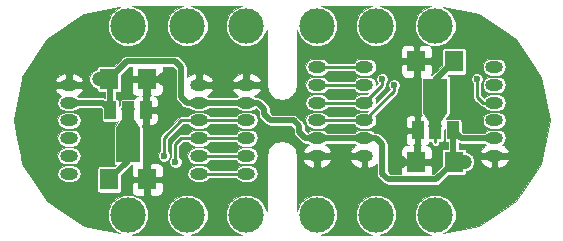
<source format=gbr>
G04 #@! TF.FileFunction,Copper,L1,Top,Signal*
%FSLAX46Y46*%
G04 Gerber Fmt 4.6, Leading zero omitted, Abs format (unit mm)*
G04 Created by KiCad (PCBNEW 4.0.6) date 08/21/17 17:29:22*
%MOMM*%
%LPD*%
G01*
G04 APERTURE LIST*
%ADD10C,0.100000*%
%ADD11R,1.600000X1.800000*%
%ADD12O,1.524000X1.000000*%
%ADD13R,1.000760X1.501140*%
%ADD14R,1.998980X2.999740*%
%ADD15C,3.000000*%
%ADD16C,1.200000*%
%ADD17C,0.600000*%
%ADD18C,0.500000*%
%ADD19C,0.250000*%
%ADD20C,0.026000*%
G04 APERTURE END LIST*
D10*
D11*
X8400000Y-6500000D03*
X11600000Y-6500000D03*
X8400000Y-15000000D03*
X11600000Y-15000000D03*
D12*
X5000000Y-7000000D03*
X5000000Y-8500000D03*
X5000000Y-10000000D03*
X5000000Y-11500000D03*
X5000000Y-13000000D03*
X5000000Y-14500000D03*
X20000000Y-7000000D03*
X20000000Y-8500000D03*
X20000000Y-10000000D03*
X20000000Y-11500000D03*
X20000000Y-13000000D03*
X20000000Y-14500000D03*
X16000000Y-7000000D03*
X16000000Y-8500000D03*
X16000000Y-10000000D03*
X16000000Y-11500000D03*
X16000000Y-13000000D03*
X16000000Y-14500000D03*
D13*
X11501140Y-9148340D03*
X10000000Y-9148340D03*
X8498860Y-9148340D03*
D14*
X10000000Y-12099820D03*
D10*
G36*
X8999240Y-10625350D02*
X9499620Y-9876050D01*
X10500380Y-9876050D01*
X11000760Y-10625350D01*
X8999240Y-10625350D01*
X8999240Y-10625350D01*
G37*
D11*
X37600000Y-13500000D03*
X34400000Y-13500000D03*
X37600000Y-5000000D03*
X34400000Y-5000000D03*
D12*
X26000000Y-13000000D03*
X26000000Y-11500000D03*
X26000000Y-10000000D03*
X26000000Y-8500000D03*
X26000000Y-7000000D03*
X26000000Y-5500000D03*
X30000000Y-13000000D03*
X30000000Y-11500000D03*
X30000000Y-10000000D03*
X30000000Y-8500000D03*
X30000000Y-7000000D03*
X30000000Y-5500000D03*
X41000000Y-13000000D03*
X41000000Y-11500000D03*
X41000000Y-10000000D03*
X41000000Y-8500000D03*
X41000000Y-7000000D03*
X41000000Y-5500000D03*
D13*
X34498860Y-10851660D03*
X36000000Y-10851660D03*
X37501140Y-10851660D03*
D14*
X36000000Y-7900180D03*
D10*
G36*
X37000760Y-9374650D02*
X36500380Y-10123950D01*
X35499620Y-10123950D01*
X34999240Y-9374650D01*
X37000760Y-9374650D01*
X37000760Y-9374650D01*
G37*
D15*
X31000000Y-2000000D03*
X31000000Y-18000000D03*
X15000000Y-18000000D03*
X15000000Y-2000000D03*
X26000000Y-18000000D03*
X26000000Y-2000000D03*
X20000000Y-2000000D03*
X20000000Y-18000000D03*
X10000000Y-18000000D03*
X10000000Y-2000000D03*
X36000000Y-18000000D03*
X36000000Y-2000000D03*
D16*
X38500000Y-13500000D03*
X7500000Y-6500000D03*
D17*
X34500000Y-8500000D03*
X11500000Y-11500000D03*
D16*
X33000000Y-13500000D03*
X13000000Y-6500000D03*
D17*
X14000000Y-13500000D03*
X13000000Y-13000000D03*
X39500000Y-6500000D03*
X31500000Y-6500000D03*
X32500000Y-7000000D03*
D16*
X10000000Y-9000000D03*
X36000000Y-10500000D03*
D18*
X24000000Y-10000000D02*
X22000000Y-10000000D01*
X21000000Y-8500000D02*
X21500000Y-9000000D01*
X21500000Y-9000000D02*
X21500000Y-9500000D01*
X21500000Y-9500000D02*
X22000000Y-10000000D01*
X20000000Y-8500000D02*
X21000000Y-8500000D01*
X24500000Y-11000000D02*
X25000000Y-11500000D01*
X24500000Y-10500000D02*
X24500000Y-11000000D01*
X24000000Y-10000000D02*
X24500000Y-10500000D01*
X25000000Y-11500000D02*
X26000000Y-11500000D01*
X37600000Y-13500000D02*
X38500000Y-13500000D01*
X8400000Y-6500000D02*
X7500000Y-6500000D01*
X8498860Y-9148340D02*
X8498860Y-6598860D01*
X8498860Y-6598860D02*
X8400000Y-6500000D01*
X16000000Y-8500000D02*
X15000000Y-8500000D01*
X9900000Y-5000000D02*
X8400000Y-6500000D01*
X14000000Y-5000000D02*
X9900000Y-5000000D01*
X14500000Y-5500000D02*
X14000000Y-5000000D01*
X14500000Y-8000000D02*
X14500000Y-5500000D01*
X15000000Y-8500000D02*
X14500000Y-8000000D01*
X8498860Y-9148340D02*
X7850520Y-8500000D01*
X7850520Y-8500000D02*
X5000000Y-8500000D01*
X8400000Y-9049480D02*
X8498860Y-9148340D01*
X16000000Y-8500000D02*
X20000000Y-8500000D01*
X37600000Y-13500000D02*
X36100000Y-15000000D01*
X31000000Y-11500000D02*
X30000000Y-11500000D01*
X31500000Y-12000000D02*
X31000000Y-11500000D01*
X31500000Y-14500000D02*
X31500000Y-12000000D01*
X32000000Y-15000000D02*
X31500000Y-14500000D01*
X36100000Y-15000000D02*
X32000000Y-15000000D01*
X37600000Y-13500000D02*
X37501140Y-13401140D01*
X37501140Y-13401140D02*
X37501140Y-10851660D01*
X37501140Y-10851660D02*
X38149480Y-11500000D01*
X38149480Y-11500000D02*
X41000000Y-11500000D01*
X26000000Y-11500000D02*
X30000000Y-11500000D01*
D19*
X34500000Y-8500000D02*
X34498860Y-8500000D01*
X34498860Y-8500000D02*
X34500000Y-8500000D01*
X34500000Y-8500000D02*
X34498860Y-8500000D01*
D18*
X34400000Y-5000000D02*
X34498860Y-5098860D01*
X34498860Y-5098860D02*
X34498860Y-8500000D01*
X34498860Y-8500000D02*
X34498860Y-10851660D01*
D19*
X11500000Y-11500000D02*
X11501140Y-11500000D01*
X11501140Y-11500000D02*
X11500000Y-11500000D01*
X11500000Y-11500000D02*
X11501140Y-11500000D01*
D18*
X11600000Y-15000000D02*
X11501140Y-14901140D01*
X11501140Y-14901140D02*
X11501140Y-11500000D01*
X11501140Y-11500000D02*
X11501140Y-9148340D01*
X33000000Y-13500000D02*
X34400000Y-13500000D01*
X13000000Y-6500000D02*
X11600000Y-6500000D01*
X11600000Y-6500000D02*
X11501140Y-6598860D01*
X11501140Y-6598860D02*
X11501140Y-9148340D01*
X20000000Y-7000000D02*
X16000000Y-7000000D01*
X34498860Y-10851660D02*
X34498860Y-13401140D01*
X34498860Y-13401140D02*
X34400000Y-13500000D01*
X30000000Y-13000000D02*
X26000000Y-13000000D01*
D19*
X16000000Y-13000000D02*
X20000000Y-13000000D01*
X16000000Y-11500000D02*
X14500000Y-11500000D01*
X14000000Y-12000000D02*
X14000000Y-13500000D01*
X14500000Y-11500000D02*
X14000000Y-12000000D01*
X20000000Y-11500000D02*
X16000000Y-11500000D01*
X14500000Y-10000000D02*
X16000000Y-10000000D01*
X13000000Y-11500000D02*
X14500000Y-10000000D01*
X13000000Y-13000000D02*
X13000000Y-11500000D01*
X16000000Y-10000000D02*
X20000000Y-10000000D01*
X20000000Y-14500000D02*
X16000000Y-14500000D01*
X30000000Y-7000000D02*
X26000000Y-7000000D01*
X30000000Y-8500000D02*
X31500000Y-7000000D01*
X40000000Y-8500000D02*
X41000000Y-8500000D01*
X39500000Y-6500000D02*
X39500000Y-8000000D01*
X39500000Y-8000000D02*
X40000000Y-8500000D01*
X31500000Y-7000000D02*
X31500000Y-6500000D01*
X26000000Y-8500000D02*
X30000000Y-8500000D01*
X32500000Y-7500000D02*
X32500000Y-7000000D01*
X30000000Y-10000000D02*
X32500000Y-7500000D01*
X30000000Y-10000000D02*
X26000000Y-10000000D01*
X26000000Y-5500000D02*
X30000000Y-5500000D01*
D18*
X10000000Y-9000000D02*
X10000000Y-9148340D01*
X10000000Y-10250700D02*
X10000000Y-9148340D01*
X10000000Y-12099820D02*
X10000000Y-10250700D01*
X8400000Y-15000000D02*
X10000000Y-13400000D01*
X10000000Y-13400000D02*
X10000000Y-12099820D01*
X36000000Y-7900180D02*
X36000000Y-9749300D01*
X36000000Y-10500000D02*
X36000000Y-10851660D01*
X37600000Y-5000000D02*
X36000000Y-6600000D01*
X36000000Y-6600000D02*
X36000000Y-7900180D01*
D19*
X36000000Y-11000000D02*
X36000000Y-10749300D01*
X36000000Y-10749300D02*
X36000000Y-8900180D01*
X36000000Y-11851660D02*
X36000000Y-10749300D01*
D20*
G36*
X14030931Y-546942D02*
X13548636Y-1028396D01*
X13287298Y-1657768D01*
X13286703Y-2339242D01*
X13546942Y-2969069D01*
X14028396Y-3451364D01*
X14657768Y-3712702D01*
X15339242Y-3713297D01*
X15969069Y-3453058D01*
X16451364Y-2971604D01*
X16712702Y-2342232D01*
X16713297Y-1660758D01*
X16453058Y-1030931D01*
X15971604Y-548636D01*
X15343923Y-288000D01*
X19657619Y-288000D01*
X19030931Y-546942D01*
X18548636Y-1028396D01*
X18287298Y-1657768D01*
X18286703Y-2339242D01*
X18546942Y-2969069D01*
X19028396Y-3451364D01*
X19657768Y-3712702D01*
X20339242Y-3713297D01*
X20969069Y-3453058D01*
X21451364Y-2971604D01*
X21712000Y-2343923D01*
X21712000Y-7000000D01*
X21717534Y-7027821D01*
X21717534Y-7056186D01*
X21793654Y-7438869D01*
X21836657Y-7542687D01*
X22053430Y-7867111D01*
X22132889Y-7946570D01*
X22457313Y-8163343D01*
X22561131Y-8206346D01*
X22943812Y-8282466D01*
X23056186Y-8282466D01*
X23438869Y-8206346D01*
X23542687Y-8163343D01*
X23867111Y-7946570D01*
X23946570Y-7867111D01*
X24163343Y-7542687D01*
X24206346Y-7438869D01*
X24282466Y-7056186D01*
X24282466Y-7027821D01*
X24288000Y-7000000D01*
X25005899Y-7000000D01*
X25060173Y-7272853D01*
X25214732Y-7504167D01*
X25446046Y-7658726D01*
X25718899Y-7713000D01*
X26281101Y-7713000D01*
X26553954Y-7658726D01*
X26785268Y-7504167D01*
X26896297Y-7338000D01*
X29103703Y-7338000D01*
X29214732Y-7504167D01*
X29446046Y-7658726D01*
X29718899Y-7713000D01*
X30281101Y-7713000D01*
X30315922Y-7706074D01*
X30234996Y-7787000D01*
X29718899Y-7787000D01*
X29446046Y-7841274D01*
X29214732Y-7995833D01*
X29103703Y-8162000D01*
X26896297Y-8162000D01*
X26785268Y-7995833D01*
X26553954Y-7841274D01*
X26281101Y-7787000D01*
X25718899Y-7787000D01*
X25446046Y-7841274D01*
X25214732Y-7995833D01*
X25060173Y-8227147D01*
X25005899Y-8500000D01*
X25060173Y-8772853D01*
X25214732Y-9004167D01*
X25446046Y-9158726D01*
X25718899Y-9213000D01*
X26281101Y-9213000D01*
X26553954Y-9158726D01*
X26785268Y-9004167D01*
X26896297Y-8838000D01*
X29103703Y-8838000D01*
X29214732Y-9004167D01*
X29446046Y-9158726D01*
X29718899Y-9213000D01*
X30281101Y-9213000D01*
X30315922Y-9206074D01*
X30234996Y-9287000D01*
X29718899Y-9287000D01*
X29446046Y-9341274D01*
X29214732Y-9495833D01*
X29103703Y-9662000D01*
X26896297Y-9662000D01*
X26785268Y-9495833D01*
X26553954Y-9341274D01*
X26281101Y-9287000D01*
X25718899Y-9287000D01*
X25446046Y-9341274D01*
X25214732Y-9495833D01*
X25060173Y-9727147D01*
X25005899Y-10000000D01*
X25060173Y-10272853D01*
X25214732Y-10504167D01*
X25446046Y-10658726D01*
X25718899Y-10713000D01*
X26281101Y-10713000D01*
X26553954Y-10658726D01*
X26785268Y-10504167D01*
X26896297Y-10338000D01*
X29103703Y-10338000D01*
X29214732Y-10504167D01*
X29446046Y-10658726D01*
X29718899Y-10713000D01*
X30281101Y-10713000D01*
X30553954Y-10658726D01*
X30785268Y-10504167D01*
X30939827Y-10272853D01*
X30994101Y-10000000D01*
X30993595Y-9997456D01*
X33477480Y-9997456D01*
X33477480Y-10480410D01*
X33607730Y-10610660D01*
X34257860Y-10610660D01*
X34257860Y-9710340D01*
X34127610Y-9580090D01*
X33894847Y-9580090D01*
X33703358Y-9659407D01*
X33556798Y-9805967D01*
X33477480Y-9997456D01*
X30993595Y-9997456D01*
X30939827Y-9727147D01*
X30864136Y-9613868D01*
X32739002Y-7739002D01*
X32812271Y-7629347D01*
X32838000Y-7500000D01*
X32838000Y-7387448D01*
X32934646Y-7290970D01*
X33012910Y-7102490D01*
X33013089Y-6898406D01*
X32935154Y-6709789D01*
X32790970Y-6565354D01*
X32602490Y-6487090D01*
X32398406Y-6486911D01*
X32209789Y-6564846D01*
X32065354Y-6709030D01*
X31987090Y-6897510D01*
X31986911Y-7101594D01*
X32064846Y-7290211D01*
X32148243Y-7373753D01*
X30987175Y-8534821D01*
X30994101Y-8500000D01*
X30939827Y-8227147D01*
X30864136Y-8113868D01*
X31739002Y-7239002D01*
X31812271Y-7129347D01*
X31838000Y-7000000D01*
X31838000Y-6887448D01*
X31934646Y-6790970D01*
X32012910Y-6602490D01*
X32013089Y-6398406D01*
X31935154Y-6209789D01*
X31790970Y-6065354D01*
X31602490Y-5987090D01*
X31398406Y-5986911D01*
X31209789Y-6064846D01*
X31065354Y-6209030D01*
X30987090Y-6397510D01*
X30986911Y-6601594D01*
X31064846Y-6790211D01*
X31148243Y-6873753D01*
X30987175Y-7034821D01*
X30994101Y-7000000D01*
X30939827Y-6727147D01*
X30785268Y-6495833D01*
X30553954Y-6341274D01*
X30281101Y-6287000D01*
X29718899Y-6287000D01*
X29446046Y-6341274D01*
X29214732Y-6495833D01*
X29103703Y-6662000D01*
X26896297Y-6662000D01*
X26785268Y-6495833D01*
X26553954Y-6341274D01*
X26281101Y-6287000D01*
X25718899Y-6287000D01*
X25446046Y-6341274D01*
X25214732Y-6495833D01*
X25060173Y-6727147D01*
X25005899Y-7000000D01*
X24288000Y-7000000D01*
X24288000Y-5500000D01*
X25005899Y-5500000D01*
X25060173Y-5772853D01*
X25214732Y-6004167D01*
X25446046Y-6158726D01*
X25718899Y-6213000D01*
X26281101Y-6213000D01*
X26553954Y-6158726D01*
X26785268Y-6004167D01*
X26896297Y-5838000D01*
X29103703Y-5838000D01*
X29214732Y-6004167D01*
X29446046Y-6158726D01*
X29718899Y-6213000D01*
X30281101Y-6213000D01*
X30553954Y-6158726D01*
X30785268Y-6004167D01*
X30939827Y-5772853D01*
X30994101Y-5500000D01*
X30968491Y-5371250D01*
X33079000Y-5371250D01*
X33079000Y-6003634D01*
X33158318Y-6195123D01*
X33304878Y-6341683D01*
X33496367Y-6421000D01*
X34028750Y-6421000D01*
X34159000Y-6290750D01*
X34159000Y-5241000D01*
X33209250Y-5241000D01*
X33079000Y-5371250D01*
X30968491Y-5371250D01*
X30939827Y-5227147D01*
X30785268Y-4995833D01*
X30553954Y-4841274D01*
X30281101Y-4787000D01*
X29718899Y-4787000D01*
X29446046Y-4841274D01*
X29214732Y-4995833D01*
X29103703Y-5162000D01*
X26896297Y-5162000D01*
X26785268Y-4995833D01*
X26553954Y-4841274D01*
X26281101Y-4787000D01*
X25718899Y-4787000D01*
X25446046Y-4841274D01*
X25214732Y-4995833D01*
X25060173Y-5227147D01*
X25005899Y-5500000D01*
X24288000Y-5500000D01*
X24288000Y-3996366D01*
X33079000Y-3996366D01*
X33079000Y-4628750D01*
X33209250Y-4759000D01*
X34159000Y-4759000D01*
X34159000Y-3709250D01*
X34641000Y-3709250D01*
X34641000Y-4759000D01*
X35590750Y-4759000D01*
X35721000Y-4628750D01*
X35721000Y-3996366D01*
X35641682Y-3804877D01*
X35495122Y-3658317D01*
X35303633Y-3579000D01*
X34771250Y-3579000D01*
X34641000Y-3709250D01*
X34159000Y-3709250D01*
X34028750Y-3579000D01*
X33496367Y-3579000D01*
X33304878Y-3658317D01*
X33158318Y-3804877D01*
X33079000Y-3996366D01*
X24288000Y-3996366D01*
X24288000Y-2342381D01*
X24546942Y-2969069D01*
X25028396Y-3451364D01*
X25657768Y-3712702D01*
X26339242Y-3713297D01*
X26969069Y-3453058D01*
X27451364Y-2971604D01*
X27712702Y-2342232D01*
X27713297Y-1660758D01*
X27453058Y-1030931D01*
X26971604Y-548636D01*
X26343923Y-288000D01*
X30657619Y-288000D01*
X30030931Y-546942D01*
X29548636Y-1028396D01*
X29287298Y-1657768D01*
X29286703Y-2339242D01*
X29546942Y-2969069D01*
X30028396Y-3451364D01*
X30657768Y-3712702D01*
X31339242Y-3713297D01*
X31969069Y-3453058D01*
X32451364Y-2971604D01*
X32712702Y-2342232D01*
X32713297Y-1660758D01*
X32453058Y-1030931D01*
X31971604Y-548636D01*
X31343923Y-288000D01*
X35657619Y-288000D01*
X35030931Y-546942D01*
X34548636Y-1028396D01*
X34287298Y-1657768D01*
X34286703Y-2339242D01*
X34546942Y-2969069D01*
X35028396Y-3451364D01*
X35657768Y-3712702D01*
X36339242Y-3713297D01*
X36969069Y-3453058D01*
X37451364Y-2971604D01*
X37712702Y-2342232D01*
X37713297Y-1660758D01*
X37453058Y-1030931D01*
X36971604Y-548636D01*
X36686246Y-430145D01*
X39714462Y-1032495D01*
X42863433Y-3136570D01*
X44967505Y-6285539D01*
X45706358Y-10000000D01*
X44967505Y-13714461D01*
X42863433Y-16863430D01*
X39714462Y-18967505D01*
X36686540Y-19569797D01*
X36969069Y-19453058D01*
X37451364Y-18971604D01*
X37712702Y-18342232D01*
X37713297Y-17660758D01*
X37453058Y-17030931D01*
X36971604Y-16548636D01*
X36342232Y-16287298D01*
X35660758Y-16286703D01*
X35030931Y-16546942D01*
X34548636Y-17028396D01*
X34287298Y-17657768D01*
X34286703Y-18339242D01*
X34546942Y-18969069D01*
X35028396Y-19451364D01*
X35656077Y-19712000D01*
X31342381Y-19712000D01*
X31969069Y-19453058D01*
X32451364Y-18971604D01*
X32712702Y-18342232D01*
X32713297Y-17660758D01*
X32453058Y-17030931D01*
X31971604Y-16548636D01*
X31342232Y-16287298D01*
X30660758Y-16286703D01*
X30030931Y-16546942D01*
X29548636Y-17028396D01*
X29287298Y-17657768D01*
X29286703Y-18339242D01*
X29546942Y-18969069D01*
X30028396Y-19451364D01*
X30656077Y-19712000D01*
X26342381Y-19712000D01*
X26969069Y-19453058D01*
X27451364Y-18971604D01*
X27712702Y-18342232D01*
X27713297Y-17660758D01*
X27453058Y-17030931D01*
X26971604Y-16548636D01*
X26342232Y-16287298D01*
X25660758Y-16286703D01*
X25030931Y-16546942D01*
X24548636Y-17028396D01*
X24288000Y-17656077D01*
X24288000Y-13393239D01*
X24795767Y-13393239D01*
X24922336Y-13618571D01*
X25221142Y-13883626D01*
X25598635Y-14014157D01*
X25759000Y-13893223D01*
X25759000Y-13241000D01*
X26241000Y-13241000D01*
X26241000Y-13893223D01*
X26401365Y-14014157D01*
X26778858Y-13883626D01*
X27077664Y-13618571D01*
X27204233Y-13393239D01*
X28795767Y-13393239D01*
X28922336Y-13618571D01*
X29221142Y-13883626D01*
X29598635Y-14014157D01*
X29759000Y-13893223D01*
X29759000Y-13241000D01*
X28880472Y-13241000D01*
X28795767Y-13393239D01*
X27204233Y-13393239D01*
X27119528Y-13241000D01*
X26241000Y-13241000D01*
X25759000Y-13241000D01*
X24880472Y-13241000D01*
X24795767Y-13393239D01*
X24288000Y-13393239D01*
X24288000Y-13000000D01*
X24282466Y-12972179D01*
X24282466Y-12943814D01*
X24206346Y-12561131D01*
X24163343Y-12457313D01*
X24163342Y-12457312D01*
X23946570Y-12132889D01*
X23867111Y-12053430D01*
X23542687Y-11836657D01*
X23438869Y-11793654D01*
X23056186Y-11717534D01*
X22943812Y-11717534D01*
X22561131Y-11793654D01*
X22457313Y-11836657D01*
X22132889Y-12053430D01*
X22053430Y-12132889D01*
X21836658Y-12457312D01*
X21836657Y-12457313D01*
X21793654Y-12561131D01*
X21717534Y-12943814D01*
X21717534Y-12972179D01*
X21712000Y-13000000D01*
X21712000Y-17657619D01*
X21453058Y-17030931D01*
X20971604Y-16548636D01*
X20342232Y-16287298D01*
X19660758Y-16286703D01*
X19030931Y-16546942D01*
X18548636Y-17028396D01*
X18287298Y-17657768D01*
X18286703Y-18339242D01*
X18546942Y-18969069D01*
X19028396Y-19451364D01*
X19656077Y-19712000D01*
X15342381Y-19712000D01*
X15969069Y-19453058D01*
X16451364Y-18971604D01*
X16712702Y-18342232D01*
X16713297Y-17660758D01*
X16453058Y-17030931D01*
X15971604Y-16548636D01*
X15342232Y-16287298D01*
X14660758Y-16286703D01*
X14030931Y-16546942D01*
X13548636Y-17028396D01*
X13287298Y-17657768D01*
X13286703Y-18339242D01*
X13546942Y-18969069D01*
X14028396Y-19451364D01*
X14656077Y-19712000D01*
X10342381Y-19712000D01*
X10969069Y-19453058D01*
X11451364Y-18971604D01*
X11712702Y-18342232D01*
X11713297Y-17660758D01*
X11453058Y-17030931D01*
X10971604Y-16548636D01*
X10342232Y-16287298D01*
X9660758Y-16286703D01*
X9030931Y-16546942D01*
X8548636Y-17028396D01*
X8287298Y-17657768D01*
X8286703Y-18339242D01*
X8546942Y-18969069D01*
X9028396Y-19451364D01*
X9313754Y-19569855D01*
X6285539Y-18967505D01*
X3136570Y-16863433D01*
X1557375Y-14500000D01*
X4005899Y-14500000D01*
X4060173Y-14772853D01*
X4214732Y-15004167D01*
X4446046Y-15158726D01*
X4718899Y-15213000D01*
X5281101Y-15213000D01*
X5553954Y-15158726D01*
X5785268Y-15004167D01*
X5939827Y-14772853D01*
X5994101Y-14500000D01*
X5939827Y-14227147D01*
X5785268Y-13995833D01*
X5553954Y-13841274D01*
X5281101Y-13787000D01*
X4718899Y-13787000D01*
X4446046Y-13841274D01*
X4214732Y-13995833D01*
X4060173Y-14227147D01*
X4005899Y-14500000D01*
X1557375Y-14500000D01*
X1032495Y-13714462D01*
X890380Y-13000000D01*
X4005899Y-13000000D01*
X4060173Y-13272853D01*
X4214732Y-13504167D01*
X4446046Y-13658726D01*
X4718899Y-13713000D01*
X5281101Y-13713000D01*
X5553954Y-13658726D01*
X5785268Y-13504167D01*
X5939827Y-13272853D01*
X5994101Y-13000000D01*
X5939827Y-12727147D01*
X5785268Y-12495833D01*
X5553954Y-12341274D01*
X5281101Y-12287000D01*
X4718899Y-12287000D01*
X4446046Y-12341274D01*
X4214732Y-12495833D01*
X4060173Y-12727147D01*
X4005899Y-13000000D01*
X890380Y-13000000D01*
X592011Y-11500000D01*
X4005899Y-11500000D01*
X4060173Y-11772853D01*
X4214732Y-12004167D01*
X4446046Y-12158726D01*
X4718899Y-12213000D01*
X5281101Y-12213000D01*
X5553954Y-12158726D01*
X5785268Y-12004167D01*
X5939827Y-11772853D01*
X5994101Y-11500000D01*
X5939827Y-11227147D01*
X5785268Y-10995833D01*
X5553954Y-10841274D01*
X5281101Y-10787000D01*
X4718899Y-10787000D01*
X4446046Y-10841274D01*
X4214732Y-10995833D01*
X4060173Y-11227147D01*
X4005899Y-11500000D01*
X592011Y-11500000D01*
X293642Y-10000000D01*
X4005899Y-10000000D01*
X4060173Y-10272853D01*
X4214732Y-10504167D01*
X4446046Y-10658726D01*
X4718899Y-10713000D01*
X5281101Y-10713000D01*
X5553954Y-10658726D01*
X5785268Y-10504167D01*
X5939827Y-10272853D01*
X5994101Y-10000000D01*
X5939827Y-9727147D01*
X5785268Y-9495833D01*
X5553954Y-9341274D01*
X5281101Y-9287000D01*
X4718899Y-9287000D01*
X4446046Y-9341274D01*
X4214732Y-9495833D01*
X4060173Y-9727147D01*
X4005899Y-10000000D01*
X293642Y-10000000D01*
X812159Y-7393239D01*
X3795767Y-7393239D01*
X3922336Y-7618571D01*
X4221142Y-7883626D01*
X4327580Y-7920431D01*
X4214732Y-7995833D01*
X4060173Y-8227147D01*
X4005899Y-8500000D01*
X4060173Y-8772853D01*
X4214732Y-9004167D01*
X4446046Y-9158726D01*
X4718899Y-9213000D01*
X5281101Y-9213000D01*
X5553954Y-9158726D01*
X5785268Y-9004167D01*
X5812775Y-8963000D01*
X7658740Y-8963000D01*
X7781308Y-9085568D01*
X7781308Y-9898910D01*
X7796160Y-9977843D01*
X7842809Y-10050338D01*
X7913988Y-10098972D01*
X7998480Y-10116082D01*
X8999240Y-10116082D01*
X9078173Y-10101230D01*
X9095581Y-10090028D01*
X8866497Y-10433073D01*
X8849082Y-10444279D01*
X8800448Y-10515458D01*
X8783338Y-10599950D01*
X8783338Y-10615621D01*
X8782151Y-10619350D01*
X8783338Y-10626176D01*
X8783338Y-13599690D01*
X8798190Y-13678623D01*
X8844839Y-13751118D01*
X8916018Y-13799752D01*
X8940508Y-13804711D01*
X8862392Y-13882828D01*
X7600000Y-13882828D01*
X7521067Y-13897680D01*
X7448572Y-13944329D01*
X7399938Y-14015508D01*
X7382828Y-14100000D01*
X7382828Y-15900000D01*
X7397680Y-15978933D01*
X7444329Y-16051428D01*
X7515508Y-16100062D01*
X7600000Y-16117172D01*
X9200000Y-16117172D01*
X9278933Y-16102320D01*
X9351428Y-16055671D01*
X9400062Y-15984492D01*
X9417172Y-15900000D01*
X9417172Y-15371250D01*
X10279000Y-15371250D01*
X10279000Y-16003634D01*
X10358318Y-16195123D01*
X10504878Y-16341683D01*
X10696367Y-16421000D01*
X11228750Y-16421000D01*
X11359000Y-16290750D01*
X11359000Y-15241000D01*
X11841000Y-15241000D01*
X11841000Y-16290750D01*
X11971250Y-16421000D01*
X12503633Y-16421000D01*
X12695122Y-16341683D01*
X12841682Y-16195123D01*
X12921000Y-16003634D01*
X12921000Y-15371250D01*
X12790750Y-15241000D01*
X11841000Y-15241000D01*
X11359000Y-15241000D01*
X10409250Y-15241000D01*
X10279000Y-15371250D01*
X9417172Y-15371250D01*
X9417172Y-14637608D01*
X10237919Y-13816862D01*
X10353354Y-13816862D01*
X10279000Y-13996366D01*
X10279000Y-14628750D01*
X10409250Y-14759000D01*
X11359000Y-14759000D01*
X11359000Y-13709250D01*
X11841000Y-13709250D01*
X11841000Y-14759000D01*
X12790750Y-14759000D01*
X12921000Y-14628750D01*
X12921000Y-14500000D01*
X15005899Y-14500000D01*
X15060173Y-14772853D01*
X15214732Y-15004167D01*
X15446046Y-15158726D01*
X15718899Y-15213000D01*
X16281101Y-15213000D01*
X16553954Y-15158726D01*
X16785268Y-15004167D01*
X16896297Y-14838000D01*
X19103703Y-14838000D01*
X19214732Y-15004167D01*
X19446046Y-15158726D01*
X19718899Y-15213000D01*
X20281101Y-15213000D01*
X20553954Y-15158726D01*
X20785268Y-15004167D01*
X20939827Y-14772853D01*
X20994101Y-14500000D01*
X20939827Y-14227147D01*
X20785268Y-13995833D01*
X20553954Y-13841274D01*
X20281101Y-13787000D01*
X19718899Y-13787000D01*
X19446046Y-13841274D01*
X19214732Y-13995833D01*
X19103703Y-14162000D01*
X16896297Y-14162000D01*
X16785268Y-13995833D01*
X16553954Y-13841274D01*
X16281101Y-13787000D01*
X15718899Y-13787000D01*
X15446046Y-13841274D01*
X15214732Y-13995833D01*
X15060173Y-14227147D01*
X15005899Y-14500000D01*
X12921000Y-14500000D01*
X12921000Y-13996366D01*
X12841682Y-13804877D01*
X12695122Y-13658317D01*
X12558180Y-13601594D01*
X13486911Y-13601594D01*
X13564846Y-13790211D01*
X13709030Y-13934646D01*
X13897510Y-14012910D01*
X14101594Y-14013089D01*
X14290211Y-13935154D01*
X14434646Y-13790970D01*
X14512910Y-13602490D01*
X14513089Y-13398406D01*
X14435154Y-13209789D01*
X14338000Y-13112466D01*
X14338000Y-13000000D01*
X15005899Y-13000000D01*
X15060173Y-13272853D01*
X15214732Y-13504167D01*
X15446046Y-13658726D01*
X15718899Y-13713000D01*
X16281101Y-13713000D01*
X16553954Y-13658726D01*
X16785268Y-13504167D01*
X16896297Y-13338000D01*
X19103703Y-13338000D01*
X19214732Y-13504167D01*
X19446046Y-13658726D01*
X19718899Y-13713000D01*
X20281101Y-13713000D01*
X20553954Y-13658726D01*
X20785268Y-13504167D01*
X20939827Y-13272853D01*
X20994101Y-13000000D01*
X20939827Y-12727147D01*
X20785268Y-12495833D01*
X20553954Y-12341274D01*
X20281101Y-12287000D01*
X19718899Y-12287000D01*
X19446046Y-12341274D01*
X19214732Y-12495833D01*
X19103703Y-12662000D01*
X16896297Y-12662000D01*
X16785268Y-12495833D01*
X16553954Y-12341274D01*
X16281101Y-12287000D01*
X15718899Y-12287000D01*
X15446046Y-12341274D01*
X15214732Y-12495833D01*
X15060173Y-12727147D01*
X15005899Y-13000000D01*
X14338000Y-13000000D01*
X14338000Y-12140004D01*
X14640004Y-11838000D01*
X15103703Y-11838000D01*
X15214732Y-12004167D01*
X15446046Y-12158726D01*
X15718899Y-12213000D01*
X16281101Y-12213000D01*
X16553954Y-12158726D01*
X16785268Y-12004167D01*
X16896297Y-11838000D01*
X19103703Y-11838000D01*
X19214732Y-12004167D01*
X19446046Y-12158726D01*
X19718899Y-12213000D01*
X20281101Y-12213000D01*
X20553954Y-12158726D01*
X20785268Y-12004167D01*
X20939827Y-11772853D01*
X20994101Y-11500000D01*
X20939827Y-11227147D01*
X20785268Y-10995833D01*
X20553954Y-10841274D01*
X20281101Y-10787000D01*
X19718899Y-10787000D01*
X19446046Y-10841274D01*
X19214732Y-10995833D01*
X19103703Y-11162000D01*
X16896297Y-11162000D01*
X16785268Y-10995833D01*
X16553954Y-10841274D01*
X16281101Y-10787000D01*
X15718899Y-10787000D01*
X15446046Y-10841274D01*
X15214732Y-10995833D01*
X15103703Y-11162000D01*
X14500000Y-11162000D01*
X14370653Y-11187729D01*
X14260998Y-11260998D01*
X13760998Y-11760998D01*
X13687729Y-11870653D01*
X13662000Y-12000000D01*
X13662000Y-13112552D01*
X13565354Y-13209030D01*
X13487090Y-13397510D01*
X13486911Y-13601594D01*
X12558180Y-13601594D01*
X12503633Y-13579000D01*
X11971250Y-13579000D01*
X11841000Y-13709250D01*
X11359000Y-13709250D01*
X11228750Y-13579000D01*
X11216662Y-13579000D01*
X11216662Y-13101594D01*
X12486911Y-13101594D01*
X12564846Y-13290211D01*
X12709030Y-13434646D01*
X12897510Y-13512910D01*
X13101594Y-13513089D01*
X13290211Y-13435154D01*
X13434646Y-13290970D01*
X13512910Y-13102490D01*
X13513089Y-12898406D01*
X13435154Y-12709789D01*
X13338000Y-12612466D01*
X13338000Y-11640004D01*
X14640004Y-10338000D01*
X15103703Y-10338000D01*
X15214732Y-10504167D01*
X15446046Y-10658726D01*
X15718899Y-10713000D01*
X16281101Y-10713000D01*
X16553954Y-10658726D01*
X16785268Y-10504167D01*
X16896297Y-10338000D01*
X19103703Y-10338000D01*
X19214732Y-10504167D01*
X19446046Y-10658726D01*
X19718899Y-10713000D01*
X20281101Y-10713000D01*
X20553954Y-10658726D01*
X20785268Y-10504167D01*
X20939827Y-10272853D01*
X20994101Y-10000000D01*
X20939827Y-9727147D01*
X20785268Y-9495833D01*
X20553954Y-9341274D01*
X20281101Y-9287000D01*
X19718899Y-9287000D01*
X19446046Y-9341274D01*
X19214732Y-9495833D01*
X19103703Y-9662000D01*
X16896297Y-9662000D01*
X16785268Y-9495833D01*
X16553954Y-9341274D01*
X16281101Y-9287000D01*
X15718899Y-9287000D01*
X15446046Y-9341274D01*
X15214732Y-9495833D01*
X15103703Y-9662000D01*
X14500000Y-9662000D01*
X14370653Y-9687729D01*
X14260998Y-9760998D01*
X12760998Y-11260998D01*
X12687729Y-11370653D01*
X12662000Y-11500000D01*
X12662000Y-12612552D01*
X12565354Y-12709030D01*
X12487090Y-12897510D01*
X12486911Y-13101594D01*
X11216662Y-13101594D01*
X11216662Y-10599950D01*
X11214041Y-10586020D01*
X11214057Y-10584510D01*
X11213502Y-10583156D01*
X11201810Y-10521017D01*
X11155161Y-10448522D01*
X11134302Y-10434270D01*
X11124713Y-10419910D01*
X11129890Y-10419910D01*
X11260140Y-10289660D01*
X11260140Y-9389340D01*
X11742140Y-9389340D01*
X11742140Y-10289660D01*
X11872390Y-10419910D01*
X12105153Y-10419910D01*
X12296642Y-10340593D01*
X12443202Y-10194033D01*
X12522520Y-10002544D01*
X12522520Y-9519590D01*
X12392270Y-9389340D01*
X11742140Y-9389340D01*
X11260140Y-9389340D01*
X11240140Y-9389340D01*
X11240140Y-8907340D01*
X11260140Y-8907340D01*
X11260140Y-8007020D01*
X11742140Y-8007020D01*
X11742140Y-8907340D01*
X12392270Y-8907340D01*
X12522520Y-8777090D01*
X12522520Y-8294136D01*
X12443202Y-8102647D01*
X12296642Y-7956087D01*
X12211934Y-7921000D01*
X12503633Y-7921000D01*
X12695122Y-7841683D01*
X12841682Y-7695123D01*
X12921000Y-7503634D01*
X12921000Y-6871250D01*
X12790750Y-6741000D01*
X11841000Y-6741000D01*
X11841000Y-7790750D01*
X11927020Y-7876770D01*
X11872390Y-7876770D01*
X11742140Y-8007020D01*
X11260140Y-8007020D01*
X11174120Y-7921000D01*
X11228750Y-7921000D01*
X11359000Y-7790750D01*
X11359000Y-6741000D01*
X10409250Y-6741000D01*
X10279000Y-6871250D01*
X10279000Y-7503634D01*
X10358318Y-7695123D01*
X10504878Y-7841683D01*
X10696367Y-7921000D01*
X10790346Y-7921000D01*
X10705638Y-7956087D01*
X10559078Y-8102647D01*
X10524746Y-8185532D01*
X10500380Y-8180598D01*
X9499620Y-8180598D01*
X9420687Y-8195450D01*
X9348192Y-8242099D01*
X9299558Y-8313278D01*
X9282448Y-8397770D01*
X9282448Y-8608051D01*
X9216412Y-8767083D01*
X9216412Y-8397770D01*
X9201560Y-8318837D01*
X9154911Y-8246342D01*
X9083732Y-8197708D01*
X8999240Y-8180598D01*
X8961860Y-8180598D01*
X8961860Y-7617172D01*
X9200000Y-7617172D01*
X9278933Y-7602320D01*
X9351428Y-7555671D01*
X9400062Y-7484492D01*
X9417172Y-7400000D01*
X9417172Y-6137608D01*
X10091781Y-5463000D01*
X10292821Y-5463000D01*
X10279000Y-5496366D01*
X10279000Y-6128750D01*
X10409250Y-6259000D01*
X11359000Y-6259000D01*
X11359000Y-6239000D01*
X11841000Y-6239000D01*
X11841000Y-6259000D01*
X12790750Y-6259000D01*
X12921000Y-6128750D01*
X12921000Y-5496366D01*
X12907179Y-5463000D01*
X13808220Y-5463000D01*
X14037000Y-5691781D01*
X14037000Y-8000000D01*
X14053686Y-8083884D01*
X14072244Y-8177183D01*
X14172610Y-8327390D01*
X14672610Y-8827391D01*
X14792263Y-8907340D01*
X14822818Y-8927756D01*
X15000000Y-8963000D01*
X15187225Y-8963000D01*
X15214732Y-9004167D01*
X15446046Y-9158726D01*
X15718899Y-9213000D01*
X16281101Y-9213000D01*
X16553954Y-9158726D01*
X16785268Y-9004167D01*
X16812775Y-8963000D01*
X19187225Y-8963000D01*
X19214732Y-9004167D01*
X19446046Y-9158726D01*
X19718899Y-9213000D01*
X20281101Y-9213000D01*
X20553954Y-9158726D01*
X20785268Y-9004167D01*
X20810950Y-8965731D01*
X21037000Y-9191781D01*
X21037000Y-9500000D01*
X21052137Y-9576096D01*
X21072244Y-9677183D01*
X21172610Y-9827390D01*
X21672610Y-10327391D01*
X21822818Y-10427756D01*
X22000000Y-10463000D01*
X23808220Y-10463000D01*
X24037000Y-10691781D01*
X24037000Y-11000000D01*
X24062729Y-11129347D01*
X24072244Y-11177183D01*
X24172610Y-11327390D01*
X24672610Y-11827391D01*
X24822818Y-11927756D01*
X25000000Y-11963000D01*
X25187225Y-11963000D01*
X25214732Y-12004167D01*
X25327580Y-12079569D01*
X25221142Y-12116374D01*
X24922336Y-12381429D01*
X24795767Y-12606761D01*
X24880472Y-12759000D01*
X25759000Y-12759000D01*
X25759000Y-12739000D01*
X26241000Y-12739000D01*
X26241000Y-12759000D01*
X27119528Y-12759000D01*
X27204233Y-12606761D01*
X27077664Y-12381429D01*
X26778858Y-12116374D01*
X26672420Y-12079569D01*
X26785268Y-12004167D01*
X26812775Y-11963000D01*
X29187225Y-11963000D01*
X29214732Y-12004167D01*
X29327580Y-12079569D01*
X29221142Y-12116374D01*
X28922336Y-12381429D01*
X28795767Y-12606761D01*
X28880472Y-12759000D01*
X29759000Y-12759000D01*
X29759000Y-12739000D01*
X30241000Y-12739000D01*
X30241000Y-12759000D01*
X30261000Y-12759000D01*
X30261000Y-13241000D01*
X30241000Y-13241000D01*
X30241000Y-13893223D01*
X30401365Y-14014157D01*
X30778858Y-13883626D01*
X31037000Y-13654642D01*
X31037000Y-14500000D01*
X31056904Y-14600062D01*
X31072244Y-14677183D01*
X31172610Y-14827390D01*
X31672610Y-15327391D01*
X31822818Y-15427756D01*
X32000000Y-15463000D01*
X36100000Y-15463000D01*
X36247786Y-15433603D01*
X36277183Y-15427756D01*
X36427390Y-15327390D01*
X37137608Y-14617172D01*
X38400000Y-14617172D01*
X38478933Y-14602320D01*
X38551428Y-14555671D01*
X38600062Y-14484492D01*
X38617172Y-14400000D01*
X38617172Y-14313103D01*
X38661006Y-14313141D01*
X38959926Y-14189630D01*
X39188826Y-13961129D01*
X39312859Y-13662425D01*
X39313093Y-13393239D01*
X39795767Y-13393239D01*
X39922336Y-13618571D01*
X40221142Y-13883626D01*
X40598635Y-14014157D01*
X40759000Y-13893223D01*
X40759000Y-13241000D01*
X41241000Y-13241000D01*
X41241000Y-13893223D01*
X41401365Y-14014157D01*
X41778858Y-13883626D01*
X42077664Y-13618571D01*
X42204233Y-13393239D01*
X42119528Y-13241000D01*
X41241000Y-13241000D01*
X40759000Y-13241000D01*
X39880472Y-13241000D01*
X39795767Y-13393239D01*
X39313093Y-13393239D01*
X39313141Y-13338994D01*
X39189630Y-13040074D01*
X38961129Y-12811174D01*
X38662425Y-12687141D01*
X38617172Y-12687102D01*
X38617172Y-12600000D01*
X38602320Y-12521067D01*
X38555671Y-12448572D01*
X38484492Y-12399938D01*
X38400000Y-12382828D01*
X37964140Y-12382828D01*
X37964140Y-11922306D01*
X37972297Y-11927756D01*
X38001694Y-11933603D01*
X38149480Y-11963000D01*
X40187225Y-11963000D01*
X40214732Y-12004167D01*
X40327580Y-12079569D01*
X40221142Y-12116374D01*
X39922336Y-12381429D01*
X39795767Y-12606761D01*
X39880472Y-12759000D01*
X40759000Y-12759000D01*
X40759000Y-12739000D01*
X41241000Y-12739000D01*
X41241000Y-12759000D01*
X42119528Y-12759000D01*
X42204233Y-12606761D01*
X42077664Y-12381429D01*
X41778858Y-12116374D01*
X41672420Y-12079569D01*
X41785268Y-12004167D01*
X41939827Y-11772853D01*
X41994101Y-11500000D01*
X41939827Y-11227147D01*
X41785268Y-10995833D01*
X41553954Y-10841274D01*
X41281101Y-10787000D01*
X40718899Y-10787000D01*
X40446046Y-10841274D01*
X40214732Y-10995833D01*
X40187225Y-11037000D01*
X38341261Y-11037000D01*
X38218692Y-10914431D01*
X38218692Y-10101090D01*
X38203840Y-10022157D01*
X38189583Y-10000000D01*
X40005899Y-10000000D01*
X40060173Y-10272853D01*
X40214732Y-10504167D01*
X40446046Y-10658726D01*
X40718899Y-10713000D01*
X41281101Y-10713000D01*
X41553954Y-10658726D01*
X41785268Y-10504167D01*
X41939827Y-10272853D01*
X41994101Y-10000000D01*
X41939827Y-9727147D01*
X41785268Y-9495833D01*
X41553954Y-9341274D01*
X41281101Y-9287000D01*
X40718899Y-9287000D01*
X40446046Y-9341274D01*
X40214732Y-9495833D01*
X40060173Y-9727147D01*
X40005899Y-10000000D01*
X38189583Y-10000000D01*
X38157191Y-9949662D01*
X38086012Y-9901028D01*
X38001520Y-9883918D01*
X37000760Y-9883918D01*
X36921827Y-9898770D01*
X36904419Y-9909972D01*
X37133503Y-9566927D01*
X37150918Y-9555721D01*
X37199552Y-9484542D01*
X37216662Y-9400050D01*
X37216662Y-9384379D01*
X37217849Y-9380650D01*
X37216662Y-9373824D01*
X37216662Y-6601594D01*
X38986911Y-6601594D01*
X39064846Y-6790211D01*
X39162000Y-6887534D01*
X39162000Y-8000000D01*
X39187729Y-8129347D01*
X39260998Y-8239002D01*
X39760998Y-8739002D01*
X39870653Y-8812271D01*
X40000000Y-8838000D01*
X40103703Y-8838000D01*
X40214732Y-9004167D01*
X40446046Y-9158726D01*
X40718899Y-9213000D01*
X41281101Y-9213000D01*
X41553954Y-9158726D01*
X41785268Y-9004167D01*
X41939827Y-8772853D01*
X41994101Y-8500000D01*
X41939827Y-8227147D01*
X41785268Y-7995833D01*
X41553954Y-7841274D01*
X41281101Y-7787000D01*
X40718899Y-7787000D01*
X40446046Y-7841274D01*
X40214732Y-7995833D01*
X40118243Y-8140239D01*
X39838000Y-7859996D01*
X39838000Y-7000000D01*
X40005899Y-7000000D01*
X40060173Y-7272853D01*
X40214732Y-7504167D01*
X40446046Y-7658726D01*
X40718899Y-7713000D01*
X41281101Y-7713000D01*
X41553954Y-7658726D01*
X41785268Y-7504167D01*
X41939827Y-7272853D01*
X41994101Y-7000000D01*
X41939827Y-6727147D01*
X41785268Y-6495833D01*
X41553954Y-6341274D01*
X41281101Y-6287000D01*
X40718899Y-6287000D01*
X40446046Y-6341274D01*
X40214732Y-6495833D01*
X40060173Y-6727147D01*
X40005899Y-7000000D01*
X39838000Y-7000000D01*
X39838000Y-6887448D01*
X39934646Y-6790970D01*
X40012910Y-6602490D01*
X40013089Y-6398406D01*
X39935154Y-6209789D01*
X39790970Y-6065354D01*
X39602490Y-5987090D01*
X39398406Y-5986911D01*
X39209789Y-6064846D01*
X39065354Y-6209030D01*
X38987090Y-6397510D01*
X38986911Y-6601594D01*
X37216662Y-6601594D01*
X37216662Y-6400310D01*
X37201810Y-6321377D01*
X37155161Y-6248882D01*
X37083982Y-6200248D01*
X37059492Y-6195289D01*
X37137609Y-6117172D01*
X38400000Y-6117172D01*
X38478933Y-6102320D01*
X38551428Y-6055671D01*
X38600062Y-5984492D01*
X38617172Y-5900000D01*
X38617172Y-5500000D01*
X40005899Y-5500000D01*
X40060173Y-5772853D01*
X40214732Y-6004167D01*
X40446046Y-6158726D01*
X40718899Y-6213000D01*
X41281101Y-6213000D01*
X41553954Y-6158726D01*
X41785268Y-6004167D01*
X41939827Y-5772853D01*
X41994101Y-5500000D01*
X41939827Y-5227147D01*
X41785268Y-4995833D01*
X41553954Y-4841274D01*
X41281101Y-4787000D01*
X40718899Y-4787000D01*
X40446046Y-4841274D01*
X40214732Y-4995833D01*
X40060173Y-5227147D01*
X40005899Y-5500000D01*
X38617172Y-5500000D01*
X38617172Y-4100000D01*
X38602320Y-4021067D01*
X38555671Y-3948572D01*
X38484492Y-3899938D01*
X38400000Y-3882828D01*
X36800000Y-3882828D01*
X36721067Y-3897680D01*
X36648572Y-3944329D01*
X36599938Y-4015508D01*
X36582828Y-4100000D01*
X36582828Y-5362391D01*
X35762082Y-6183138D01*
X35646646Y-6183138D01*
X35721000Y-6003634D01*
X35721000Y-5371250D01*
X35590750Y-5241000D01*
X34641000Y-5241000D01*
X34641000Y-6290750D01*
X34771250Y-6421000D01*
X34783338Y-6421000D01*
X34783338Y-9400050D01*
X34785959Y-9413980D01*
X34785943Y-9415490D01*
X34786498Y-9416844D01*
X34798190Y-9478983D01*
X34844839Y-9551478D01*
X34865698Y-9565730D01*
X34875287Y-9580090D01*
X34870110Y-9580090D01*
X34739860Y-9710340D01*
X34739860Y-10610660D01*
X34759860Y-10610660D01*
X34759860Y-11092660D01*
X34739860Y-11092660D01*
X34739860Y-11992980D01*
X34825880Y-12079000D01*
X34771250Y-12079000D01*
X34641000Y-12209250D01*
X34641000Y-13259000D01*
X35590750Y-13259000D01*
X35721000Y-13128750D01*
X35721000Y-12496366D01*
X35641682Y-12304877D01*
X35495122Y-12158317D01*
X35303633Y-12079000D01*
X35209654Y-12079000D01*
X35294362Y-12043913D01*
X35440922Y-11897353D01*
X35475254Y-11814468D01*
X35499620Y-11819402D01*
X35662000Y-11819402D01*
X35662000Y-11851660D01*
X35687729Y-11981007D01*
X35760998Y-12090662D01*
X35870653Y-12163931D01*
X36000000Y-12189660D01*
X36129347Y-12163931D01*
X36239002Y-12090662D01*
X36312271Y-11981007D01*
X36338000Y-11851660D01*
X36338000Y-11819402D01*
X36500380Y-11819402D01*
X36579313Y-11804550D01*
X36651808Y-11757901D01*
X36700442Y-11686722D01*
X36717552Y-11602230D01*
X36717552Y-10891949D01*
X36783588Y-10732917D01*
X36783588Y-11602230D01*
X36798440Y-11681163D01*
X36845089Y-11753658D01*
X36916268Y-11802292D01*
X37000760Y-11819402D01*
X37038140Y-11819402D01*
X37038140Y-12382828D01*
X36800000Y-12382828D01*
X36721067Y-12397680D01*
X36648572Y-12444329D01*
X36599938Y-12515508D01*
X36582828Y-12600000D01*
X36582828Y-13862391D01*
X35908220Y-14537000D01*
X35707179Y-14537000D01*
X35721000Y-14503634D01*
X35721000Y-13871250D01*
X35590750Y-13741000D01*
X34641000Y-13741000D01*
X34641000Y-13761000D01*
X34159000Y-13761000D01*
X34159000Y-13741000D01*
X33209250Y-13741000D01*
X33079000Y-13871250D01*
X33079000Y-14503634D01*
X33092821Y-14537000D01*
X32191781Y-14537000D01*
X31963000Y-14308220D01*
X31963000Y-12496366D01*
X33079000Y-12496366D01*
X33079000Y-13128750D01*
X33209250Y-13259000D01*
X34159000Y-13259000D01*
X34159000Y-12209250D01*
X34072980Y-12123230D01*
X34127610Y-12123230D01*
X34257860Y-11992980D01*
X34257860Y-11092660D01*
X33607730Y-11092660D01*
X33477480Y-11222910D01*
X33477480Y-11705864D01*
X33556798Y-11897353D01*
X33703358Y-12043913D01*
X33788066Y-12079000D01*
X33496367Y-12079000D01*
X33304878Y-12158317D01*
X33158318Y-12304877D01*
X33079000Y-12496366D01*
X31963000Y-12496366D01*
X31963000Y-12000000D01*
X31927756Y-11822818D01*
X31827391Y-11672610D01*
X31327390Y-11172610D01*
X31177183Y-11072244D01*
X31147786Y-11066397D01*
X31000000Y-11037000D01*
X30812775Y-11037000D01*
X30785268Y-10995833D01*
X30553954Y-10841274D01*
X30281101Y-10787000D01*
X29718899Y-10787000D01*
X29446046Y-10841274D01*
X29214732Y-10995833D01*
X29187225Y-11037000D01*
X26812775Y-11037000D01*
X26785268Y-10995833D01*
X26553954Y-10841274D01*
X26281101Y-10787000D01*
X25718899Y-10787000D01*
X25446046Y-10841274D01*
X25214732Y-10995833D01*
X25189050Y-11034269D01*
X24963000Y-10808220D01*
X24963000Y-10500000D01*
X24927756Y-10322818D01*
X24916064Y-10305319D01*
X24827391Y-10172610D01*
X24327390Y-9672610D01*
X24177183Y-9572244D01*
X24147786Y-9566397D01*
X24000000Y-9537000D01*
X22191781Y-9537000D01*
X21963000Y-9308220D01*
X21963000Y-9000000D01*
X21927756Y-8822818D01*
X21920709Y-8812271D01*
X21827391Y-8672610D01*
X21327390Y-8172610D01*
X21177183Y-8072244D01*
X21147786Y-8066397D01*
X21000000Y-8037000D01*
X20812775Y-8037000D01*
X20785268Y-7995833D01*
X20672420Y-7920431D01*
X20778858Y-7883626D01*
X21077664Y-7618571D01*
X21204233Y-7393239D01*
X21119528Y-7241000D01*
X20241000Y-7241000D01*
X20241000Y-7261000D01*
X19759000Y-7261000D01*
X19759000Y-7241000D01*
X18880472Y-7241000D01*
X18795767Y-7393239D01*
X18922336Y-7618571D01*
X19221142Y-7883626D01*
X19327580Y-7920431D01*
X19214732Y-7995833D01*
X19187225Y-8037000D01*
X16812775Y-8037000D01*
X16785268Y-7995833D01*
X16672420Y-7920431D01*
X16778858Y-7883626D01*
X17077664Y-7618571D01*
X17204233Y-7393239D01*
X17119528Y-7241000D01*
X16241000Y-7241000D01*
X16241000Y-7261000D01*
X15759000Y-7261000D01*
X15759000Y-7241000D01*
X15739000Y-7241000D01*
X15739000Y-6759000D01*
X15759000Y-6759000D01*
X15759000Y-6106777D01*
X16241000Y-6106777D01*
X16241000Y-6759000D01*
X17119528Y-6759000D01*
X17204233Y-6606761D01*
X18795767Y-6606761D01*
X18880472Y-6759000D01*
X19759000Y-6759000D01*
X19759000Y-6106777D01*
X20241000Y-6106777D01*
X20241000Y-6759000D01*
X21119528Y-6759000D01*
X21204233Y-6606761D01*
X21077664Y-6381429D01*
X20778858Y-6116374D01*
X20401365Y-5985843D01*
X20241000Y-6106777D01*
X19759000Y-6106777D01*
X19598635Y-5985843D01*
X19221142Y-6116374D01*
X18922336Y-6381429D01*
X18795767Y-6606761D01*
X17204233Y-6606761D01*
X17077664Y-6381429D01*
X16778858Y-6116374D01*
X16401365Y-5985843D01*
X16241000Y-6106777D01*
X15759000Y-6106777D01*
X15598635Y-5985843D01*
X15221142Y-6116374D01*
X14963000Y-6345358D01*
X14963000Y-5500000D01*
X14927756Y-5322818D01*
X14915768Y-5304877D01*
X14827391Y-5172610D01*
X14327390Y-4672610D01*
X14177183Y-4572244D01*
X14147786Y-4566397D01*
X14000000Y-4537000D01*
X9900000Y-4537000D01*
X9752214Y-4566397D01*
X9722817Y-4572244D01*
X9572609Y-4672610D01*
X8862391Y-5382828D01*
X7600000Y-5382828D01*
X7521067Y-5397680D01*
X7448572Y-5444329D01*
X7399938Y-5515508D01*
X7382828Y-5600000D01*
X7382828Y-5686897D01*
X7338994Y-5686859D01*
X7040074Y-5810370D01*
X6811174Y-6038871D01*
X6687141Y-6337575D01*
X6686859Y-6661006D01*
X6810370Y-6959926D01*
X7038871Y-7188826D01*
X7337575Y-7312859D01*
X7382828Y-7312898D01*
X7382828Y-7400000D01*
X7397680Y-7478933D01*
X7444329Y-7551428D01*
X7515508Y-7600062D01*
X7600000Y-7617172D01*
X8035860Y-7617172D01*
X8035860Y-8077694D01*
X8027703Y-8072244D01*
X7998306Y-8066397D01*
X7850520Y-8037000D01*
X5812775Y-8037000D01*
X5785268Y-7995833D01*
X5672420Y-7920431D01*
X5778858Y-7883626D01*
X6077664Y-7618571D01*
X6204233Y-7393239D01*
X6119528Y-7241000D01*
X5241000Y-7241000D01*
X5241000Y-7261000D01*
X4759000Y-7261000D01*
X4759000Y-7241000D01*
X3880472Y-7241000D01*
X3795767Y-7393239D01*
X812159Y-7393239D01*
X968599Y-6606761D01*
X3795767Y-6606761D01*
X3880472Y-6759000D01*
X4759000Y-6759000D01*
X4759000Y-6106777D01*
X5241000Y-6106777D01*
X5241000Y-6759000D01*
X6119528Y-6759000D01*
X6204233Y-6606761D01*
X6077664Y-6381429D01*
X5778858Y-6116374D01*
X5401365Y-5985843D01*
X5241000Y-6106777D01*
X4759000Y-6106777D01*
X4598635Y-5985843D01*
X4221142Y-6116374D01*
X3922336Y-6381429D01*
X3795767Y-6606761D01*
X968599Y-6606761D01*
X1032495Y-6285538D01*
X3136570Y-3136567D01*
X6285539Y-1032495D01*
X9313460Y-430203D01*
X9030931Y-546942D01*
X8548636Y-1028396D01*
X8287298Y-1657768D01*
X8286703Y-2339242D01*
X8546942Y-2969069D01*
X9028396Y-3451364D01*
X9657768Y-3712702D01*
X10339242Y-3713297D01*
X10969069Y-3453058D01*
X11451364Y-2971604D01*
X11712702Y-2342232D01*
X11713297Y-1660758D01*
X11453058Y-1030931D01*
X10971604Y-548636D01*
X10343923Y-288000D01*
X14657619Y-288000D01*
X14030931Y-546942D01*
X14030931Y-546942D01*
G37*
X14030931Y-546942D02*
X13548636Y-1028396D01*
X13287298Y-1657768D01*
X13286703Y-2339242D01*
X13546942Y-2969069D01*
X14028396Y-3451364D01*
X14657768Y-3712702D01*
X15339242Y-3713297D01*
X15969069Y-3453058D01*
X16451364Y-2971604D01*
X16712702Y-2342232D01*
X16713297Y-1660758D01*
X16453058Y-1030931D01*
X15971604Y-548636D01*
X15343923Y-288000D01*
X19657619Y-288000D01*
X19030931Y-546942D01*
X18548636Y-1028396D01*
X18287298Y-1657768D01*
X18286703Y-2339242D01*
X18546942Y-2969069D01*
X19028396Y-3451364D01*
X19657768Y-3712702D01*
X20339242Y-3713297D01*
X20969069Y-3453058D01*
X21451364Y-2971604D01*
X21712000Y-2343923D01*
X21712000Y-7000000D01*
X21717534Y-7027821D01*
X21717534Y-7056186D01*
X21793654Y-7438869D01*
X21836657Y-7542687D01*
X22053430Y-7867111D01*
X22132889Y-7946570D01*
X22457313Y-8163343D01*
X22561131Y-8206346D01*
X22943812Y-8282466D01*
X23056186Y-8282466D01*
X23438869Y-8206346D01*
X23542687Y-8163343D01*
X23867111Y-7946570D01*
X23946570Y-7867111D01*
X24163343Y-7542687D01*
X24206346Y-7438869D01*
X24282466Y-7056186D01*
X24282466Y-7027821D01*
X24288000Y-7000000D01*
X25005899Y-7000000D01*
X25060173Y-7272853D01*
X25214732Y-7504167D01*
X25446046Y-7658726D01*
X25718899Y-7713000D01*
X26281101Y-7713000D01*
X26553954Y-7658726D01*
X26785268Y-7504167D01*
X26896297Y-7338000D01*
X29103703Y-7338000D01*
X29214732Y-7504167D01*
X29446046Y-7658726D01*
X29718899Y-7713000D01*
X30281101Y-7713000D01*
X30315922Y-7706074D01*
X30234996Y-7787000D01*
X29718899Y-7787000D01*
X29446046Y-7841274D01*
X29214732Y-7995833D01*
X29103703Y-8162000D01*
X26896297Y-8162000D01*
X26785268Y-7995833D01*
X26553954Y-7841274D01*
X26281101Y-7787000D01*
X25718899Y-7787000D01*
X25446046Y-7841274D01*
X25214732Y-7995833D01*
X25060173Y-8227147D01*
X25005899Y-8500000D01*
X25060173Y-8772853D01*
X25214732Y-9004167D01*
X25446046Y-9158726D01*
X25718899Y-9213000D01*
X26281101Y-9213000D01*
X26553954Y-9158726D01*
X26785268Y-9004167D01*
X26896297Y-8838000D01*
X29103703Y-8838000D01*
X29214732Y-9004167D01*
X29446046Y-9158726D01*
X29718899Y-9213000D01*
X30281101Y-9213000D01*
X30315922Y-9206074D01*
X30234996Y-9287000D01*
X29718899Y-9287000D01*
X29446046Y-9341274D01*
X29214732Y-9495833D01*
X29103703Y-9662000D01*
X26896297Y-9662000D01*
X26785268Y-9495833D01*
X26553954Y-9341274D01*
X26281101Y-9287000D01*
X25718899Y-9287000D01*
X25446046Y-9341274D01*
X25214732Y-9495833D01*
X25060173Y-9727147D01*
X25005899Y-10000000D01*
X25060173Y-10272853D01*
X25214732Y-10504167D01*
X25446046Y-10658726D01*
X25718899Y-10713000D01*
X26281101Y-10713000D01*
X26553954Y-10658726D01*
X26785268Y-10504167D01*
X26896297Y-10338000D01*
X29103703Y-10338000D01*
X29214732Y-10504167D01*
X29446046Y-10658726D01*
X29718899Y-10713000D01*
X30281101Y-10713000D01*
X30553954Y-10658726D01*
X30785268Y-10504167D01*
X30939827Y-10272853D01*
X30994101Y-10000000D01*
X30993595Y-9997456D01*
X33477480Y-9997456D01*
X33477480Y-10480410D01*
X33607730Y-10610660D01*
X34257860Y-10610660D01*
X34257860Y-9710340D01*
X34127610Y-9580090D01*
X33894847Y-9580090D01*
X33703358Y-9659407D01*
X33556798Y-9805967D01*
X33477480Y-9997456D01*
X30993595Y-9997456D01*
X30939827Y-9727147D01*
X30864136Y-9613868D01*
X32739002Y-7739002D01*
X32812271Y-7629347D01*
X32838000Y-7500000D01*
X32838000Y-7387448D01*
X32934646Y-7290970D01*
X33012910Y-7102490D01*
X33013089Y-6898406D01*
X32935154Y-6709789D01*
X32790970Y-6565354D01*
X32602490Y-6487090D01*
X32398406Y-6486911D01*
X32209789Y-6564846D01*
X32065354Y-6709030D01*
X31987090Y-6897510D01*
X31986911Y-7101594D01*
X32064846Y-7290211D01*
X32148243Y-7373753D01*
X30987175Y-8534821D01*
X30994101Y-8500000D01*
X30939827Y-8227147D01*
X30864136Y-8113868D01*
X31739002Y-7239002D01*
X31812271Y-7129347D01*
X31838000Y-7000000D01*
X31838000Y-6887448D01*
X31934646Y-6790970D01*
X32012910Y-6602490D01*
X32013089Y-6398406D01*
X31935154Y-6209789D01*
X31790970Y-6065354D01*
X31602490Y-5987090D01*
X31398406Y-5986911D01*
X31209789Y-6064846D01*
X31065354Y-6209030D01*
X30987090Y-6397510D01*
X30986911Y-6601594D01*
X31064846Y-6790211D01*
X31148243Y-6873753D01*
X30987175Y-7034821D01*
X30994101Y-7000000D01*
X30939827Y-6727147D01*
X30785268Y-6495833D01*
X30553954Y-6341274D01*
X30281101Y-6287000D01*
X29718899Y-6287000D01*
X29446046Y-6341274D01*
X29214732Y-6495833D01*
X29103703Y-6662000D01*
X26896297Y-6662000D01*
X26785268Y-6495833D01*
X26553954Y-6341274D01*
X26281101Y-6287000D01*
X25718899Y-6287000D01*
X25446046Y-6341274D01*
X25214732Y-6495833D01*
X25060173Y-6727147D01*
X25005899Y-7000000D01*
X24288000Y-7000000D01*
X24288000Y-5500000D01*
X25005899Y-5500000D01*
X25060173Y-5772853D01*
X25214732Y-6004167D01*
X25446046Y-6158726D01*
X25718899Y-6213000D01*
X26281101Y-6213000D01*
X26553954Y-6158726D01*
X26785268Y-6004167D01*
X26896297Y-5838000D01*
X29103703Y-5838000D01*
X29214732Y-6004167D01*
X29446046Y-6158726D01*
X29718899Y-6213000D01*
X30281101Y-6213000D01*
X30553954Y-6158726D01*
X30785268Y-6004167D01*
X30939827Y-5772853D01*
X30994101Y-5500000D01*
X30968491Y-5371250D01*
X33079000Y-5371250D01*
X33079000Y-6003634D01*
X33158318Y-6195123D01*
X33304878Y-6341683D01*
X33496367Y-6421000D01*
X34028750Y-6421000D01*
X34159000Y-6290750D01*
X34159000Y-5241000D01*
X33209250Y-5241000D01*
X33079000Y-5371250D01*
X30968491Y-5371250D01*
X30939827Y-5227147D01*
X30785268Y-4995833D01*
X30553954Y-4841274D01*
X30281101Y-4787000D01*
X29718899Y-4787000D01*
X29446046Y-4841274D01*
X29214732Y-4995833D01*
X29103703Y-5162000D01*
X26896297Y-5162000D01*
X26785268Y-4995833D01*
X26553954Y-4841274D01*
X26281101Y-4787000D01*
X25718899Y-4787000D01*
X25446046Y-4841274D01*
X25214732Y-4995833D01*
X25060173Y-5227147D01*
X25005899Y-5500000D01*
X24288000Y-5500000D01*
X24288000Y-3996366D01*
X33079000Y-3996366D01*
X33079000Y-4628750D01*
X33209250Y-4759000D01*
X34159000Y-4759000D01*
X34159000Y-3709250D01*
X34641000Y-3709250D01*
X34641000Y-4759000D01*
X35590750Y-4759000D01*
X35721000Y-4628750D01*
X35721000Y-3996366D01*
X35641682Y-3804877D01*
X35495122Y-3658317D01*
X35303633Y-3579000D01*
X34771250Y-3579000D01*
X34641000Y-3709250D01*
X34159000Y-3709250D01*
X34028750Y-3579000D01*
X33496367Y-3579000D01*
X33304878Y-3658317D01*
X33158318Y-3804877D01*
X33079000Y-3996366D01*
X24288000Y-3996366D01*
X24288000Y-2342381D01*
X24546942Y-2969069D01*
X25028396Y-3451364D01*
X25657768Y-3712702D01*
X26339242Y-3713297D01*
X26969069Y-3453058D01*
X27451364Y-2971604D01*
X27712702Y-2342232D01*
X27713297Y-1660758D01*
X27453058Y-1030931D01*
X26971604Y-548636D01*
X26343923Y-288000D01*
X30657619Y-288000D01*
X30030931Y-546942D01*
X29548636Y-1028396D01*
X29287298Y-1657768D01*
X29286703Y-2339242D01*
X29546942Y-2969069D01*
X30028396Y-3451364D01*
X30657768Y-3712702D01*
X31339242Y-3713297D01*
X31969069Y-3453058D01*
X32451364Y-2971604D01*
X32712702Y-2342232D01*
X32713297Y-1660758D01*
X32453058Y-1030931D01*
X31971604Y-548636D01*
X31343923Y-288000D01*
X35657619Y-288000D01*
X35030931Y-546942D01*
X34548636Y-1028396D01*
X34287298Y-1657768D01*
X34286703Y-2339242D01*
X34546942Y-2969069D01*
X35028396Y-3451364D01*
X35657768Y-3712702D01*
X36339242Y-3713297D01*
X36969069Y-3453058D01*
X37451364Y-2971604D01*
X37712702Y-2342232D01*
X37713297Y-1660758D01*
X37453058Y-1030931D01*
X36971604Y-548636D01*
X36686246Y-430145D01*
X39714462Y-1032495D01*
X42863433Y-3136570D01*
X44967505Y-6285539D01*
X45706358Y-10000000D01*
X44967505Y-13714461D01*
X42863433Y-16863430D01*
X39714462Y-18967505D01*
X36686540Y-19569797D01*
X36969069Y-19453058D01*
X37451364Y-18971604D01*
X37712702Y-18342232D01*
X37713297Y-17660758D01*
X37453058Y-17030931D01*
X36971604Y-16548636D01*
X36342232Y-16287298D01*
X35660758Y-16286703D01*
X35030931Y-16546942D01*
X34548636Y-17028396D01*
X34287298Y-17657768D01*
X34286703Y-18339242D01*
X34546942Y-18969069D01*
X35028396Y-19451364D01*
X35656077Y-19712000D01*
X31342381Y-19712000D01*
X31969069Y-19453058D01*
X32451364Y-18971604D01*
X32712702Y-18342232D01*
X32713297Y-17660758D01*
X32453058Y-17030931D01*
X31971604Y-16548636D01*
X31342232Y-16287298D01*
X30660758Y-16286703D01*
X30030931Y-16546942D01*
X29548636Y-17028396D01*
X29287298Y-17657768D01*
X29286703Y-18339242D01*
X29546942Y-18969069D01*
X30028396Y-19451364D01*
X30656077Y-19712000D01*
X26342381Y-19712000D01*
X26969069Y-19453058D01*
X27451364Y-18971604D01*
X27712702Y-18342232D01*
X27713297Y-17660758D01*
X27453058Y-17030931D01*
X26971604Y-16548636D01*
X26342232Y-16287298D01*
X25660758Y-16286703D01*
X25030931Y-16546942D01*
X24548636Y-17028396D01*
X24288000Y-17656077D01*
X24288000Y-13393239D01*
X24795767Y-13393239D01*
X24922336Y-13618571D01*
X25221142Y-13883626D01*
X25598635Y-14014157D01*
X25759000Y-13893223D01*
X25759000Y-13241000D01*
X26241000Y-13241000D01*
X26241000Y-13893223D01*
X26401365Y-14014157D01*
X26778858Y-13883626D01*
X27077664Y-13618571D01*
X27204233Y-13393239D01*
X28795767Y-13393239D01*
X28922336Y-13618571D01*
X29221142Y-13883626D01*
X29598635Y-14014157D01*
X29759000Y-13893223D01*
X29759000Y-13241000D01*
X28880472Y-13241000D01*
X28795767Y-13393239D01*
X27204233Y-13393239D01*
X27119528Y-13241000D01*
X26241000Y-13241000D01*
X25759000Y-13241000D01*
X24880472Y-13241000D01*
X24795767Y-13393239D01*
X24288000Y-13393239D01*
X24288000Y-13000000D01*
X24282466Y-12972179D01*
X24282466Y-12943814D01*
X24206346Y-12561131D01*
X24163343Y-12457313D01*
X24163342Y-12457312D01*
X23946570Y-12132889D01*
X23867111Y-12053430D01*
X23542687Y-11836657D01*
X23438869Y-11793654D01*
X23056186Y-11717534D01*
X22943812Y-11717534D01*
X22561131Y-11793654D01*
X22457313Y-11836657D01*
X22132889Y-12053430D01*
X22053430Y-12132889D01*
X21836658Y-12457312D01*
X21836657Y-12457313D01*
X21793654Y-12561131D01*
X21717534Y-12943814D01*
X21717534Y-12972179D01*
X21712000Y-13000000D01*
X21712000Y-17657619D01*
X21453058Y-17030931D01*
X20971604Y-16548636D01*
X20342232Y-16287298D01*
X19660758Y-16286703D01*
X19030931Y-16546942D01*
X18548636Y-17028396D01*
X18287298Y-17657768D01*
X18286703Y-18339242D01*
X18546942Y-18969069D01*
X19028396Y-19451364D01*
X19656077Y-19712000D01*
X15342381Y-19712000D01*
X15969069Y-19453058D01*
X16451364Y-18971604D01*
X16712702Y-18342232D01*
X16713297Y-17660758D01*
X16453058Y-17030931D01*
X15971604Y-16548636D01*
X15342232Y-16287298D01*
X14660758Y-16286703D01*
X14030931Y-16546942D01*
X13548636Y-17028396D01*
X13287298Y-17657768D01*
X13286703Y-18339242D01*
X13546942Y-18969069D01*
X14028396Y-19451364D01*
X14656077Y-19712000D01*
X10342381Y-19712000D01*
X10969069Y-19453058D01*
X11451364Y-18971604D01*
X11712702Y-18342232D01*
X11713297Y-17660758D01*
X11453058Y-17030931D01*
X10971604Y-16548636D01*
X10342232Y-16287298D01*
X9660758Y-16286703D01*
X9030931Y-16546942D01*
X8548636Y-17028396D01*
X8287298Y-17657768D01*
X8286703Y-18339242D01*
X8546942Y-18969069D01*
X9028396Y-19451364D01*
X9313754Y-19569855D01*
X6285539Y-18967505D01*
X3136570Y-16863433D01*
X1557375Y-14500000D01*
X4005899Y-14500000D01*
X4060173Y-14772853D01*
X4214732Y-15004167D01*
X4446046Y-15158726D01*
X4718899Y-15213000D01*
X5281101Y-15213000D01*
X5553954Y-15158726D01*
X5785268Y-15004167D01*
X5939827Y-14772853D01*
X5994101Y-14500000D01*
X5939827Y-14227147D01*
X5785268Y-13995833D01*
X5553954Y-13841274D01*
X5281101Y-13787000D01*
X4718899Y-13787000D01*
X4446046Y-13841274D01*
X4214732Y-13995833D01*
X4060173Y-14227147D01*
X4005899Y-14500000D01*
X1557375Y-14500000D01*
X1032495Y-13714462D01*
X890380Y-13000000D01*
X4005899Y-13000000D01*
X4060173Y-13272853D01*
X4214732Y-13504167D01*
X4446046Y-13658726D01*
X4718899Y-13713000D01*
X5281101Y-13713000D01*
X5553954Y-13658726D01*
X5785268Y-13504167D01*
X5939827Y-13272853D01*
X5994101Y-13000000D01*
X5939827Y-12727147D01*
X5785268Y-12495833D01*
X5553954Y-12341274D01*
X5281101Y-12287000D01*
X4718899Y-12287000D01*
X4446046Y-12341274D01*
X4214732Y-12495833D01*
X4060173Y-12727147D01*
X4005899Y-13000000D01*
X890380Y-13000000D01*
X592011Y-11500000D01*
X4005899Y-11500000D01*
X4060173Y-11772853D01*
X4214732Y-12004167D01*
X4446046Y-12158726D01*
X4718899Y-12213000D01*
X5281101Y-12213000D01*
X5553954Y-12158726D01*
X5785268Y-12004167D01*
X5939827Y-11772853D01*
X5994101Y-11500000D01*
X5939827Y-11227147D01*
X5785268Y-10995833D01*
X5553954Y-10841274D01*
X5281101Y-10787000D01*
X4718899Y-10787000D01*
X4446046Y-10841274D01*
X4214732Y-10995833D01*
X4060173Y-11227147D01*
X4005899Y-11500000D01*
X592011Y-11500000D01*
X293642Y-10000000D01*
X4005899Y-10000000D01*
X4060173Y-10272853D01*
X4214732Y-10504167D01*
X4446046Y-10658726D01*
X4718899Y-10713000D01*
X5281101Y-10713000D01*
X5553954Y-10658726D01*
X5785268Y-10504167D01*
X5939827Y-10272853D01*
X5994101Y-10000000D01*
X5939827Y-9727147D01*
X5785268Y-9495833D01*
X5553954Y-9341274D01*
X5281101Y-9287000D01*
X4718899Y-9287000D01*
X4446046Y-9341274D01*
X4214732Y-9495833D01*
X4060173Y-9727147D01*
X4005899Y-10000000D01*
X293642Y-10000000D01*
X812159Y-7393239D01*
X3795767Y-7393239D01*
X3922336Y-7618571D01*
X4221142Y-7883626D01*
X4327580Y-7920431D01*
X4214732Y-7995833D01*
X4060173Y-8227147D01*
X4005899Y-8500000D01*
X4060173Y-8772853D01*
X4214732Y-9004167D01*
X4446046Y-9158726D01*
X4718899Y-9213000D01*
X5281101Y-9213000D01*
X5553954Y-9158726D01*
X5785268Y-9004167D01*
X5812775Y-8963000D01*
X7658740Y-8963000D01*
X7781308Y-9085568D01*
X7781308Y-9898910D01*
X7796160Y-9977843D01*
X7842809Y-10050338D01*
X7913988Y-10098972D01*
X7998480Y-10116082D01*
X8999240Y-10116082D01*
X9078173Y-10101230D01*
X9095581Y-10090028D01*
X8866497Y-10433073D01*
X8849082Y-10444279D01*
X8800448Y-10515458D01*
X8783338Y-10599950D01*
X8783338Y-10615621D01*
X8782151Y-10619350D01*
X8783338Y-10626176D01*
X8783338Y-13599690D01*
X8798190Y-13678623D01*
X8844839Y-13751118D01*
X8916018Y-13799752D01*
X8940508Y-13804711D01*
X8862392Y-13882828D01*
X7600000Y-13882828D01*
X7521067Y-13897680D01*
X7448572Y-13944329D01*
X7399938Y-14015508D01*
X7382828Y-14100000D01*
X7382828Y-15900000D01*
X7397680Y-15978933D01*
X7444329Y-16051428D01*
X7515508Y-16100062D01*
X7600000Y-16117172D01*
X9200000Y-16117172D01*
X9278933Y-16102320D01*
X9351428Y-16055671D01*
X9400062Y-15984492D01*
X9417172Y-15900000D01*
X9417172Y-15371250D01*
X10279000Y-15371250D01*
X10279000Y-16003634D01*
X10358318Y-16195123D01*
X10504878Y-16341683D01*
X10696367Y-16421000D01*
X11228750Y-16421000D01*
X11359000Y-16290750D01*
X11359000Y-15241000D01*
X11841000Y-15241000D01*
X11841000Y-16290750D01*
X11971250Y-16421000D01*
X12503633Y-16421000D01*
X12695122Y-16341683D01*
X12841682Y-16195123D01*
X12921000Y-16003634D01*
X12921000Y-15371250D01*
X12790750Y-15241000D01*
X11841000Y-15241000D01*
X11359000Y-15241000D01*
X10409250Y-15241000D01*
X10279000Y-15371250D01*
X9417172Y-15371250D01*
X9417172Y-14637608D01*
X10237919Y-13816862D01*
X10353354Y-13816862D01*
X10279000Y-13996366D01*
X10279000Y-14628750D01*
X10409250Y-14759000D01*
X11359000Y-14759000D01*
X11359000Y-13709250D01*
X11841000Y-13709250D01*
X11841000Y-14759000D01*
X12790750Y-14759000D01*
X12921000Y-14628750D01*
X12921000Y-14500000D01*
X15005899Y-14500000D01*
X15060173Y-14772853D01*
X15214732Y-15004167D01*
X15446046Y-15158726D01*
X15718899Y-15213000D01*
X16281101Y-15213000D01*
X16553954Y-15158726D01*
X16785268Y-15004167D01*
X16896297Y-14838000D01*
X19103703Y-14838000D01*
X19214732Y-15004167D01*
X19446046Y-15158726D01*
X19718899Y-15213000D01*
X20281101Y-15213000D01*
X20553954Y-15158726D01*
X20785268Y-15004167D01*
X20939827Y-14772853D01*
X20994101Y-14500000D01*
X20939827Y-14227147D01*
X20785268Y-13995833D01*
X20553954Y-13841274D01*
X20281101Y-13787000D01*
X19718899Y-13787000D01*
X19446046Y-13841274D01*
X19214732Y-13995833D01*
X19103703Y-14162000D01*
X16896297Y-14162000D01*
X16785268Y-13995833D01*
X16553954Y-13841274D01*
X16281101Y-13787000D01*
X15718899Y-13787000D01*
X15446046Y-13841274D01*
X15214732Y-13995833D01*
X15060173Y-14227147D01*
X15005899Y-14500000D01*
X12921000Y-14500000D01*
X12921000Y-13996366D01*
X12841682Y-13804877D01*
X12695122Y-13658317D01*
X12558180Y-13601594D01*
X13486911Y-13601594D01*
X13564846Y-13790211D01*
X13709030Y-13934646D01*
X13897510Y-14012910D01*
X14101594Y-14013089D01*
X14290211Y-13935154D01*
X14434646Y-13790970D01*
X14512910Y-13602490D01*
X14513089Y-13398406D01*
X14435154Y-13209789D01*
X14338000Y-13112466D01*
X14338000Y-13000000D01*
X15005899Y-13000000D01*
X15060173Y-13272853D01*
X15214732Y-13504167D01*
X15446046Y-13658726D01*
X15718899Y-13713000D01*
X16281101Y-13713000D01*
X16553954Y-13658726D01*
X16785268Y-13504167D01*
X16896297Y-13338000D01*
X19103703Y-13338000D01*
X19214732Y-13504167D01*
X19446046Y-13658726D01*
X19718899Y-13713000D01*
X20281101Y-13713000D01*
X20553954Y-13658726D01*
X20785268Y-13504167D01*
X20939827Y-13272853D01*
X20994101Y-13000000D01*
X20939827Y-12727147D01*
X20785268Y-12495833D01*
X20553954Y-12341274D01*
X20281101Y-12287000D01*
X19718899Y-12287000D01*
X19446046Y-12341274D01*
X19214732Y-12495833D01*
X19103703Y-12662000D01*
X16896297Y-12662000D01*
X16785268Y-12495833D01*
X16553954Y-12341274D01*
X16281101Y-12287000D01*
X15718899Y-12287000D01*
X15446046Y-12341274D01*
X15214732Y-12495833D01*
X15060173Y-12727147D01*
X15005899Y-13000000D01*
X14338000Y-13000000D01*
X14338000Y-12140004D01*
X14640004Y-11838000D01*
X15103703Y-11838000D01*
X15214732Y-12004167D01*
X15446046Y-12158726D01*
X15718899Y-12213000D01*
X16281101Y-12213000D01*
X16553954Y-12158726D01*
X16785268Y-12004167D01*
X16896297Y-11838000D01*
X19103703Y-11838000D01*
X19214732Y-12004167D01*
X19446046Y-12158726D01*
X19718899Y-12213000D01*
X20281101Y-12213000D01*
X20553954Y-12158726D01*
X20785268Y-12004167D01*
X20939827Y-11772853D01*
X20994101Y-11500000D01*
X20939827Y-11227147D01*
X20785268Y-10995833D01*
X20553954Y-10841274D01*
X20281101Y-10787000D01*
X19718899Y-10787000D01*
X19446046Y-10841274D01*
X19214732Y-10995833D01*
X19103703Y-11162000D01*
X16896297Y-11162000D01*
X16785268Y-10995833D01*
X16553954Y-10841274D01*
X16281101Y-10787000D01*
X15718899Y-10787000D01*
X15446046Y-10841274D01*
X15214732Y-10995833D01*
X15103703Y-11162000D01*
X14500000Y-11162000D01*
X14370653Y-11187729D01*
X14260998Y-11260998D01*
X13760998Y-11760998D01*
X13687729Y-11870653D01*
X13662000Y-12000000D01*
X13662000Y-13112552D01*
X13565354Y-13209030D01*
X13487090Y-13397510D01*
X13486911Y-13601594D01*
X12558180Y-13601594D01*
X12503633Y-13579000D01*
X11971250Y-13579000D01*
X11841000Y-13709250D01*
X11359000Y-13709250D01*
X11228750Y-13579000D01*
X11216662Y-13579000D01*
X11216662Y-13101594D01*
X12486911Y-13101594D01*
X12564846Y-13290211D01*
X12709030Y-13434646D01*
X12897510Y-13512910D01*
X13101594Y-13513089D01*
X13290211Y-13435154D01*
X13434646Y-13290970D01*
X13512910Y-13102490D01*
X13513089Y-12898406D01*
X13435154Y-12709789D01*
X13338000Y-12612466D01*
X13338000Y-11640004D01*
X14640004Y-10338000D01*
X15103703Y-10338000D01*
X15214732Y-10504167D01*
X15446046Y-10658726D01*
X15718899Y-10713000D01*
X16281101Y-10713000D01*
X16553954Y-10658726D01*
X16785268Y-10504167D01*
X16896297Y-10338000D01*
X19103703Y-10338000D01*
X19214732Y-10504167D01*
X19446046Y-10658726D01*
X19718899Y-10713000D01*
X20281101Y-10713000D01*
X20553954Y-10658726D01*
X20785268Y-10504167D01*
X20939827Y-10272853D01*
X20994101Y-10000000D01*
X20939827Y-9727147D01*
X20785268Y-9495833D01*
X20553954Y-9341274D01*
X20281101Y-9287000D01*
X19718899Y-9287000D01*
X19446046Y-9341274D01*
X19214732Y-9495833D01*
X19103703Y-9662000D01*
X16896297Y-9662000D01*
X16785268Y-9495833D01*
X16553954Y-9341274D01*
X16281101Y-9287000D01*
X15718899Y-9287000D01*
X15446046Y-9341274D01*
X15214732Y-9495833D01*
X15103703Y-9662000D01*
X14500000Y-9662000D01*
X14370653Y-9687729D01*
X14260998Y-9760998D01*
X12760998Y-11260998D01*
X12687729Y-11370653D01*
X12662000Y-11500000D01*
X12662000Y-12612552D01*
X12565354Y-12709030D01*
X12487090Y-12897510D01*
X12486911Y-13101594D01*
X11216662Y-13101594D01*
X11216662Y-10599950D01*
X11214041Y-10586020D01*
X11214057Y-10584510D01*
X11213502Y-10583156D01*
X11201810Y-10521017D01*
X11155161Y-10448522D01*
X11134302Y-10434270D01*
X11124713Y-10419910D01*
X11129890Y-10419910D01*
X11260140Y-10289660D01*
X11260140Y-9389340D01*
X11742140Y-9389340D01*
X11742140Y-10289660D01*
X11872390Y-10419910D01*
X12105153Y-10419910D01*
X12296642Y-10340593D01*
X12443202Y-10194033D01*
X12522520Y-10002544D01*
X12522520Y-9519590D01*
X12392270Y-9389340D01*
X11742140Y-9389340D01*
X11260140Y-9389340D01*
X11240140Y-9389340D01*
X11240140Y-8907340D01*
X11260140Y-8907340D01*
X11260140Y-8007020D01*
X11742140Y-8007020D01*
X11742140Y-8907340D01*
X12392270Y-8907340D01*
X12522520Y-8777090D01*
X12522520Y-8294136D01*
X12443202Y-8102647D01*
X12296642Y-7956087D01*
X12211934Y-7921000D01*
X12503633Y-7921000D01*
X12695122Y-7841683D01*
X12841682Y-7695123D01*
X12921000Y-7503634D01*
X12921000Y-6871250D01*
X12790750Y-6741000D01*
X11841000Y-6741000D01*
X11841000Y-7790750D01*
X11927020Y-7876770D01*
X11872390Y-7876770D01*
X11742140Y-8007020D01*
X11260140Y-8007020D01*
X11174120Y-7921000D01*
X11228750Y-7921000D01*
X11359000Y-7790750D01*
X11359000Y-6741000D01*
X10409250Y-6741000D01*
X10279000Y-6871250D01*
X10279000Y-7503634D01*
X10358318Y-7695123D01*
X10504878Y-7841683D01*
X10696367Y-7921000D01*
X10790346Y-7921000D01*
X10705638Y-7956087D01*
X10559078Y-8102647D01*
X10524746Y-8185532D01*
X10500380Y-8180598D01*
X9499620Y-8180598D01*
X9420687Y-8195450D01*
X9348192Y-8242099D01*
X9299558Y-8313278D01*
X9282448Y-8397770D01*
X9282448Y-8608051D01*
X9216412Y-8767083D01*
X9216412Y-8397770D01*
X9201560Y-8318837D01*
X9154911Y-8246342D01*
X9083732Y-8197708D01*
X8999240Y-8180598D01*
X8961860Y-8180598D01*
X8961860Y-7617172D01*
X9200000Y-7617172D01*
X9278933Y-7602320D01*
X9351428Y-7555671D01*
X9400062Y-7484492D01*
X9417172Y-7400000D01*
X9417172Y-6137608D01*
X10091781Y-5463000D01*
X10292821Y-5463000D01*
X10279000Y-5496366D01*
X10279000Y-6128750D01*
X10409250Y-6259000D01*
X11359000Y-6259000D01*
X11359000Y-6239000D01*
X11841000Y-6239000D01*
X11841000Y-6259000D01*
X12790750Y-6259000D01*
X12921000Y-6128750D01*
X12921000Y-5496366D01*
X12907179Y-5463000D01*
X13808220Y-5463000D01*
X14037000Y-5691781D01*
X14037000Y-8000000D01*
X14053686Y-8083884D01*
X14072244Y-8177183D01*
X14172610Y-8327390D01*
X14672610Y-8827391D01*
X14792263Y-8907340D01*
X14822818Y-8927756D01*
X15000000Y-8963000D01*
X15187225Y-8963000D01*
X15214732Y-9004167D01*
X15446046Y-9158726D01*
X15718899Y-9213000D01*
X16281101Y-9213000D01*
X16553954Y-9158726D01*
X16785268Y-9004167D01*
X16812775Y-8963000D01*
X19187225Y-8963000D01*
X19214732Y-9004167D01*
X19446046Y-9158726D01*
X19718899Y-9213000D01*
X20281101Y-9213000D01*
X20553954Y-9158726D01*
X20785268Y-9004167D01*
X20810950Y-8965731D01*
X21037000Y-9191781D01*
X21037000Y-9500000D01*
X21052137Y-9576096D01*
X21072244Y-9677183D01*
X21172610Y-9827390D01*
X21672610Y-10327391D01*
X21822818Y-10427756D01*
X22000000Y-10463000D01*
X23808220Y-10463000D01*
X24037000Y-10691781D01*
X24037000Y-11000000D01*
X24062729Y-11129347D01*
X24072244Y-11177183D01*
X24172610Y-11327390D01*
X24672610Y-11827391D01*
X24822818Y-11927756D01*
X25000000Y-11963000D01*
X25187225Y-11963000D01*
X25214732Y-12004167D01*
X25327580Y-12079569D01*
X25221142Y-12116374D01*
X24922336Y-12381429D01*
X24795767Y-12606761D01*
X24880472Y-12759000D01*
X25759000Y-12759000D01*
X25759000Y-12739000D01*
X26241000Y-12739000D01*
X26241000Y-12759000D01*
X27119528Y-12759000D01*
X27204233Y-12606761D01*
X27077664Y-12381429D01*
X26778858Y-12116374D01*
X26672420Y-12079569D01*
X26785268Y-12004167D01*
X26812775Y-11963000D01*
X29187225Y-11963000D01*
X29214732Y-12004167D01*
X29327580Y-12079569D01*
X29221142Y-12116374D01*
X28922336Y-12381429D01*
X28795767Y-12606761D01*
X28880472Y-12759000D01*
X29759000Y-12759000D01*
X29759000Y-12739000D01*
X30241000Y-12739000D01*
X30241000Y-12759000D01*
X30261000Y-12759000D01*
X30261000Y-13241000D01*
X30241000Y-13241000D01*
X30241000Y-13893223D01*
X30401365Y-14014157D01*
X30778858Y-13883626D01*
X31037000Y-13654642D01*
X31037000Y-14500000D01*
X31056904Y-14600062D01*
X31072244Y-14677183D01*
X31172610Y-14827390D01*
X31672610Y-15327391D01*
X31822818Y-15427756D01*
X32000000Y-15463000D01*
X36100000Y-15463000D01*
X36247786Y-15433603D01*
X36277183Y-15427756D01*
X36427390Y-15327390D01*
X37137608Y-14617172D01*
X38400000Y-14617172D01*
X38478933Y-14602320D01*
X38551428Y-14555671D01*
X38600062Y-14484492D01*
X38617172Y-14400000D01*
X38617172Y-14313103D01*
X38661006Y-14313141D01*
X38959926Y-14189630D01*
X39188826Y-13961129D01*
X39312859Y-13662425D01*
X39313093Y-13393239D01*
X39795767Y-13393239D01*
X39922336Y-13618571D01*
X40221142Y-13883626D01*
X40598635Y-14014157D01*
X40759000Y-13893223D01*
X40759000Y-13241000D01*
X41241000Y-13241000D01*
X41241000Y-13893223D01*
X41401365Y-14014157D01*
X41778858Y-13883626D01*
X42077664Y-13618571D01*
X42204233Y-13393239D01*
X42119528Y-13241000D01*
X41241000Y-13241000D01*
X40759000Y-13241000D01*
X39880472Y-13241000D01*
X39795767Y-13393239D01*
X39313093Y-13393239D01*
X39313141Y-13338994D01*
X39189630Y-13040074D01*
X38961129Y-12811174D01*
X38662425Y-12687141D01*
X38617172Y-12687102D01*
X38617172Y-12600000D01*
X38602320Y-12521067D01*
X38555671Y-12448572D01*
X38484492Y-12399938D01*
X38400000Y-12382828D01*
X37964140Y-12382828D01*
X37964140Y-11922306D01*
X37972297Y-11927756D01*
X38001694Y-11933603D01*
X38149480Y-11963000D01*
X40187225Y-11963000D01*
X40214732Y-12004167D01*
X40327580Y-12079569D01*
X40221142Y-12116374D01*
X39922336Y-12381429D01*
X39795767Y-12606761D01*
X39880472Y-12759000D01*
X40759000Y-12759000D01*
X40759000Y-12739000D01*
X41241000Y-12739000D01*
X41241000Y-12759000D01*
X42119528Y-12759000D01*
X42204233Y-12606761D01*
X42077664Y-12381429D01*
X41778858Y-12116374D01*
X41672420Y-12079569D01*
X41785268Y-12004167D01*
X41939827Y-11772853D01*
X41994101Y-11500000D01*
X41939827Y-11227147D01*
X41785268Y-10995833D01*
X41553954Y-10841274D01*
X41281101Y-10787000D01*
X40718899Y-10787000D01*
X40446046Y-10841274D01*
X40214732Y-10995833D01*
X40187225Y-11037000D01*
X38341261Y-11037000D01*
X38218692Y-10914431D01*
X38218692Y-10101090D01*
X38203840Y-10022157D01*
X38189583Y-10000000D01*
X40005899Y-10000000D01*
X40060173Y-10272853D01*
X40214732Y-10504167D01*
X40446046Y-10658726D01*
X40718899Y-10713000D01*
X41281101Y-10713000D01*
X41553954Y-10658726D01*
X41785268Y-10504167D01*
X41939827Y-10272853D01*
X41994101Y-10000000D01*
X41939827Y-9727147D01*
X41785268Y-9495833D01*
X41553954Y-9341274D01*
X41281101Y-9287000D01*
X40718899Y-9287000D01*
X40446046Y-9341274D01*
X40214732Y-9495833D01*
X40060173Y-9727147D01*
X40005899Y-10000000D01*
X38189583Y-10000000D01*
X38157191Y-9949662D01*
X38086012Y-9901028D01*
X38001520Y-9883918D01*
X37000760Y-9883918D01*
X36921827Y-9898770D01*
X36904419Y-9909972D01*
X37133503Y-9566927D01*
X37150918Y-9555721D01*
X37199552Y-9484542D01*
X37216662Y-9400050D01*
X37216662Y-9384379D01*
X37217849Y-9380650D01*
X37216662Y-9373824D01*
X37216662Y-6601594D01*
X38986911Y-6601594D01*
X39064846Y-6790211D01*
X39162000Y-6887534D01*
X39162000Y-8000000D01*
X39187729Y-8129347D01*
X39260998Y-8239002D01*
X39760998Y-8739002D01*
X39870653Y-8812271D01*
X40000000Y-8838000D01*
X40103703Y-8838000D01*
X40214732Y-9004167D01*
X40446046Y-9158726D01*
X40718899Y-9213000D01*
X41281101Y-9213000D01*
X41553954Y-9158726D01*
X41785268Y-9004167D01*
X41939827Y-8772853D01*
X41994101Y-8500000D01*
X41939827Y-8227147D01*
X41785268Y-7995833D01*
X41553954Y-7841274D01*
X41281101Y-7787000D01*
X40718899Y-7787000D01*
X40446046Y-7841274D01*
X40214732Y-7995833D01*
X40118243Y-8140239D01*
X39838000Y-7859996D01*
X39838000Y-7000000D01*
X40005899Y-7000000D01*
X40060173Y-7272853D01*
X40214732Y-7504167D01*
X40446046Y-7658726D01*
X40718899Y-7713000D01*
X41281101Y-7713000D01*
X41553954Y-7658726D01*
X41785268Y-7504167D01*
X41939827Y-7272853D01*
X41994101Y-7000000D01*
X41939827Y-6727147D01*
X41785268Y-6495833D01*
X41553954Y-6341274D01*
X41281101Y-6287000D01*
X40718899Y-6287000D01*
X40446046Y-6341274D01*
X40214732Y-6495833D01*
X40060173Y-6727147D01*
X40005899Y-7000000D01*
X39838000Y-7000000D01*
X39838000Y-6887448D01*
X39934646Y-6790970D01*
X40012910Y-6602490D01*
X40013089Y-6398406D01*
X39935154Y-6209789D01*
X39790970Y-6065354D01*
X39602490Y-5987090D01*
X39398406Y-5986911D01*
X39209789Y-6064846D01*
X39065354Y-6209030D01*
X38987090Y-6397510D01*
X38986911Y-6601594D01*
X37216662Y-6601594D01*
X37216662Y-6400310D01*
X37201810Y-6321377D01*
X37155161Y-6248882D01*
X37083982Y-6200248D01*
X37059492Y-6195289D01*
X37137609Y-6117172D01*
X38400000Y-6117172D01*
X38478933Y-6102320D01*
X38551428Y-6055671D01*
X38600062Y-5984492D01*
X38617172Y-5900000D01*
X38617172Y-5500000D01*
X40005899Y-5500000D01*
X40060173Y-5772853D01*
X40214732Y-6004167D01*
X40446046Y-6158726D01*
X40718899Y-6213000D01*
X41281101Y-6213000D01*
X41553954Y-6158726D01*
X41785268Y-6004167D01*
X41939827Y-5772853D01*
X41994101Y-5500000D01*
X41939827Y-5227147D01*
X41785268Y-4995833D01*
X41553954Y-4841274D01*
X41281101Y-4787000D01*
X40718899Y-4787000D01*
X40446046Y-4841274D01*
X40214732Y-4995833D01*
X40060173Y-5227147D01*
X40005899Y-5500000D01*
X38617172Y-5500000D01*
X38617172Y-4100000D01*
X38602320Y-4021067D01*
X38555671Y-3948572D01*
X38484492Y-3899938D01*
X38400000Y-3882828D01*
X36800000Y-3882828D01*
X36721067Y-3897680D01*
X36648572Y-3944329D01*
X36599938Y-4015508D01*
X36582828Y-4100000D01*
X36582828Y-5362391D01*
X35762082Y-6183138D01*
X35646646Y-6183138D01*
X35721000Y-6003634D01*
X35721000Y-5371250D01*
X35590750Y-5241000D01*
X34641000Y-5241000D01*
X34641000Y-6290750D01*
X34771250Y-6421000D01*
X34783338Y-6421000D01*
X34783338Y-9400050D01*
X34785959Y-9413980D01*
X34785943Y-9415490D01*
X34786498Y-9416844D01*
X34798190Y-9478983D01*
X34844839Y-9551478D01*
X34865698Y-9565730D01*
X34875287Y-9580090D01*
X34870110Y-9580090D01*
X34739860Y-9710340D01*
X34739860Y-10610660D01*
X34759860Y-10610660D01*
X34759860Y-11092660D01*
X34739860Y-11092660D01*
X34739860Y-11992980D01*
X34825880Y-12079000D01*
X34771250Y-12079000D01*
X34641000Y-12209250D01*
X34641000Y-13259000D01*
X35590750Y-13259000D01*
X35721000Y-13128750D01*
X35721000Y-12496366D01*
X35641682Y-12304877D01*
X35495122Y-12158317D01*
X35303633Y-12079000D01*
X35209654Y-12079000D01*
X35294362Y-12043913D01*
X35440922Y-11897353D01*
X35475254Y-11814468D01*
X35499620Y-11819402D01*
X35662000Y-11819402D01*
X35662000Y-11851660D01*
X35687729Y-11981007D01*
X35760998Y-12090662D01*
X35870653Y-12163931D01*
X36000000Y-12189660D01*
X36129347Y-12163931D01*
X36239002Y-12090662D01*
X36312271Y-11981007D01*
X36338000Y-11851660D01*
X36338000Y-11819402D01*
X36500380Y-11819402D01*
X36579313Y-11804550D01*
X36651808Y-11757901D01*
X36700442Y-11686722D01*
X36717552Y-11602230D01*
X36717552Y-10891949D01*
X36783588Y-10732917D01*
X36783588Y-11602230D01*
X36798440Y-11681163D01*
X36845089Y-11753658D01*
X36916268Y-11802292D01*
X37000760Y-11819402D01*
X37038140Y-11819402D01*
X37038140Y-12382828D01*
X36800000Y-12382828D01*
X36721067Y-12397680D01*
X36648572Y-12444329D01*
X36599938Y-12515508D01*
X36582828Y-12600000D01*
X36582828Y-13862391D01*
X35908220Y-14537000D01*
X35707179Y-14537000D01*
X35721000Y-14503634D01*
X35721000Y-13871250D01*
X35590750Y-13741000D01*
X34641000Y-13741000D01*
X34641000Y-13761000D01*
X34159000Y-13761000D01*
X34159000Y-13741000D01*
X33209250Y-13741000D01*
X33079000Y-13871250D01*
X33079000Y-14503634D01*
X33092821Y-14537000D01*
X32191781Y-14537000D01*
X31963000Y-14308220D01*
X31963000Y-12496366D01*
X33079000Y-12496366D01*
X33079000Y-13128750D01*
X33209250Y-13259000D01*
X34159000Y-13259000D01*
X34159000Y-12209250D01*
X34072980Y-12123230D01*
X34127610Y-12123230D01*
X34257860Y-11992980D01*
X34257860Y-11092660D01*
X33607730Y-11092660D01*
X33477480Y-11222910D01*
X33477480Y-11705864D01*
X33556798Y-11897353D01*
X33703358Y-12043913D01*
X33788066Y-12079000D01*
X33496367Y-12079000D01*
X33304878Y-12158317D01*
X33158318Y-12304877D01*
X33079000Y-12496366D01*
X31963000Y-12496366D01*
X31963000Y-12000000D01*
X31927756Y-11822818D01*
X31827391Y-11672610D01*
X31327390Y-11172610D01*
X31177183Y-11072244D01*
X31147786Y-11066397D01*
X31000000Y-11037000D01*
X30812775Y-11037000D01*
X30785268Y-10995833D01*
X30553954Y-10841274D01*
X30281101Y-10787000D01*
X29718899Y-10787000D01*
X29446046Y-10841274D01*
X29214732Y-10995833D01*
X29187225Y-11037000D01*
X26812775Y-11037000D01*
X26785268Y-10995833D01*
X26553954Y-10841274D01*
X26281101Y-10787000D01*
X25718899Y-10787000D01*
X25446046Y-10841274D01*
X25214732Y-10995833D01*
X25189050Y-11034269D01*
X24963000Y-10808220D01*
X24963000Y-10500000D01*
X24927756Y-10322818D01*
X24916064Y-10305319D01*
X24827391Y-10172610D01*
X24327390Y-9672610D01*
X24177183Y-9572244D01*
X24147786Y-9566397D01*
X24000000Y-9537000D01*
X22191781Y-9537000D01*
X21963000Y-9308220D01*
X21963000Y-9000000D01*
X21927756Y-8822818D01*
X21920709Y-8812271D01*
X21827391Y-8672610D01*
X21327390Y-8172610D01*
X21177183Y-8072244D01*
X21147786Y-8066397D01*
X21000000Y-8037000D01*
X20812775Y-8037000D01*
X20785268Y-7995833D01*
X20672420Y-7920431D01*
X20778858Y-7883626D01*
X21077664Y-7618571D01*
X21204233Y-7393239D01*
X21119528Y-7241000D01*
X20241000Y-7241000D01*
X20241000Y-7261000D01*
X19759000Y-7261000D01*
X19759000Y-7241000D01*
X18880472Y-7241000D01*
X18795767Y-7393239D01*
X18922336Y-7618571D01*
X19221142Y-7883626D01*
X19327580Y-7920431D01*
X19214732Y-7995833D01*
X19187225Y-8037000D01*
X16812775Y-8037000D01*
X16785268Y-7995833D01*
X16672420Y-7920431D01*
X16778858Y-7883626D01*
X17077664Y-7618571D01*
X17204233Y-7393239D01*
X17119528Y-7241000D01*
X16241000Y-7241000D01*
X16241000Y-7261000D01*
X15759000Y-7261000D01*
X15759000Y-7241000D01*
X15739000Y-7241000D01*
X15739000Y-6759000D01*
X15759000Y-6759000D01*
X15759000Y-6106777D01*
X16241000Y-6106777D01*
X16241000Y-6759000D01*
X17119528Y-6759000D01*
X17204233Y-6606761D01*
X18795767Y-6606761D01*
X18880472Y-6759000D01*
X19759000Y-6759000D01*
X19759000Y-6106777D01*
X20241000Y-6106777D01*
X20241000Y-6759000D01*
X21119528Y-6759000D01*
X21204233Y-6606761D01*
X21077664Y-6381429D01*
X20778858Y-6116374D01*
X20401365Y-5985843D01*
X20241000Y-6106777D01*
X19759000Y-6106777D01*
X19598635Y-5985843D01*
X19221142Y-6116374D01*
X18922336Y-6381429D01*
X18795767Y-6606761D01*
X17204233Y-6606761D01*
X17077664Y-6381429D01*
X16778858Y-6116374D01*
X16401365Y-5985843D01*
X16241000Y-6106777D01*
X15759000Y-6106777D01*
X15598635Y-5985843D01*
X15221142Y-6116374D01*
X14963000Y-6345358D01*
X14963000Y-5500000D01*
X14927756Y-5322818D01*
X14915768Y-5304877D01*
X14827391Y-5172610D01*
X14327390Y-4672610D01*
X14177183Y-4572244D01*
X14147786Y-4566397D01*
X14000000Y-4537000D01*
X9900000Y-4537000D01*
X9752214Y-4566397D01*
X9722817Y-4572244D01*
X9572609Y-4672610D01*
X8862391Y-5382828D01*
X7600000Y-5382828D01*
X7521067Y-5397680D01*
X7448572Y-5444329D01*
X7399938Y-5515508D01*
X7382828Y-5600000D01*
X7382828Y-5686897D01*
X7338994Y-5686859D01*
X7040074Y-5810370D01*
X6811174Y-6038871D01*
X6687141Y-6337575D01*
X6686859Y-6661006D01*
X6810370Y-6959926D01*
X7038871Y-7188826D01*
X7337575Y-7312859D01*
X7382828Y-7312898D01*
X7382828Y-7400000D01*
X7397680Y-7478933D01*
X7444329Y-7551428D01*
X7515508Y-7600062D01*
X7600000Y-7617172D01*
X8035860Y-7617172D01*
X8035860Y-8077694D01*
X8027703Y-8072244D01*
X7998306Y-8066397D01*
X7850520Y-8037000D01*
X5812775Y-8037000D01*
X5785268Y-7995833D01*
X5672420Y-7920431D01*
X5778858Y-7883626D01*
X6077664Y-7618571D01*
X6204233Y-7393239D01*
X6119528Y-7241000D01*
X5241000Y-7241000D01*
X5241000Y-7261000D01*
X4759000Y-7261000D01*
X4759000Y-7241000D01*
X3880472Y-7241000D01*
X3795767Y-7393239D01*
X812159Y-7393239D01*
X968599Y-6606761D01*
X3795767Y-6606761D01*
X3880472Y-6759000D01*
X4759000Y-6759000D01*
X4759000Y-6106777D01*
X5241000Y-6106777D01*
X5241000Y-6759000D01*
X6119528Y-6759000D01*
X6204233Y-6606761D01*
X6077664Y-6381429D01*
X5778858Y-6116374D01*
X5401365Y-5985843D01*
X5241000Y-6106777D01*
X4759000Y-6106777D01*
X4598635Y-5985843D01*
X4221142Y-6116374D01*
X3922336Y-6381429D01*
X3795767Y-6606761D01*
X968599Y-6606761D01*
X1032495Y-6285538D01*
X3136570Y-3136567D01*
X6285539Y-1032495D01*
X9313460Y-430203D01*
X9030931Y-546942D01*
X8548636Y-1028396D01*
X8287298Y-1657768D01*
X8286703Y-2339242D01*
X8546942Y-2969069D01*
X9028396Y-3451364D01*
X9657768Y-3712702D01*
X10339242Y-3713297D01*
X10969069Y-3453058D01*
X11451364Y-2971604D01*
X11712702Y-2342232D01*
X11713297Y-1660758D01*
X11453058Y-1030931D01*
X10971604Y-548636D01*
X10343923Y-288000D01*
X14657619Y-288000D01*
X14030931Y-546942D01*
M02*

</source>
